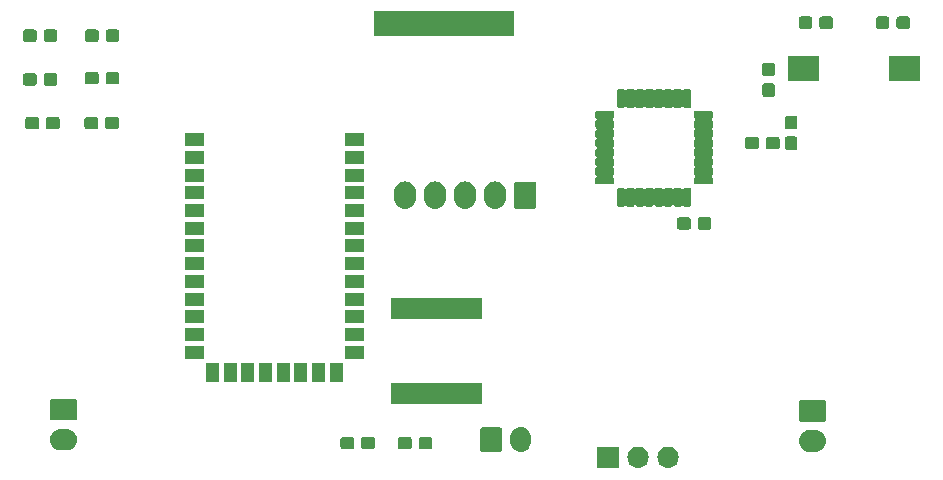
<source format=gbr>
G04 #@! TF.GenerationSoftware,KiCad,Pcbnew,5.1.1-8be2ce7~80~ubuntu18.04.1*
G04 #@! TF.CreationDate,2019-04-20T15:40:35+02:00*
G04 #@! TF.ProjectId,megazord,6d656761-7a6f-4726-942e-6b696361645f,rev?*
G04 #@! TF.SameCoordinates,Original*
G04 #@! TF.FileFunction,Soldermask,Top*
G04 #@! TF.FilePolarity,Negative*
%FSLAX46Y46*%
G04 Gerber Fmt 4.6, Leading zero omitted, Abs format (unit mm)*
G04 Created by KiCad (PCBNEW 5.1.1-8be2ce7~80~ubuntu18.04.1) date 2019-04-20 15:40:35*
%MOMM*%
%LPD*%
G04 APERTURE LIST*
%ADD10C,0.100000*%
G04 APERTURE END LIST*
D10*
G36*
X125701000Y-124201000D02*
G01*
X123899000Y-124201000D01*
X123899000Y-122399000D01*
X125701000Y-122399000D01*
X125701000Y-124201000D01*
X125701000Y-124201000D01*
G37*
G36*
X127450443Y-122405519D02*
G01*
X127516627Y-122412037D01*
X127686466Y-122463557D01*
X127842991Y-122547222D01*
X127866904Y-122566847D01*
X127980186Y-122659814D01*
X128058309Y-122755009D01*
X128092778Y-122797009D01*
X128176443Y-122953534D01*
X128227963Y-123123373D01*
X128245359Y-123300000D01*
X128227963Y-123476627D01*
X128176443Y-123646466D01*
X128092778Y-123802991D01*
X128063448Y-123838729D01*
X127980186Y-123940186D01*
X127878729Y-124023448D01*
X127842991Y-124052778D01*
X127686466Y-124136443D01*
X127516627Y-124187963D01*
X127450443Y-124194481D01*
X127384260Y-124201000D01*
X127295740Y-124201000D01*
X127229557Y-124194481D01*
X127163373Y-124187963D01*
X126993534Y-124136443D01*
X126837009Y-124052778D01*
X126801271Y-124023448D01*
X126699814Y-123940186D01*
X126616552Y-123838729D01*
X126587222Y-123802991D01*
X126503557Y-123646466D01*
X126452037Y-123476627D01*
X126434641Y-123300000D01*
X126452037Y-123123373D01*
X126503557Y-122953534D01*
X126587222Y-122797009D01*
X126621691Y-122755009D01*
X126699814Y-122659814D01*
X126813096Y-122566847D01*
X126837009Y-122547222D01*
X126993534Y-122463557D01*
X127163373Y-122412037D01*
X127229557Y-122405519D01*
X127295740Y-122399000D01*
X127384260Y-122399000D01*
X127450443Y-122405519D01*
X127450443Y-122405519D01*
G37*
G36*
X129990443Y-122405519D02*
G01*
X130056627Y-122412037D01*
X130226466Y-122463557D01*
X130382991Y-122547222D01*
X130406904Y-122566847D01*
X130520186Y-122659814D01*
X130598309Y-122755009D01*
X130632778Y-122797009D01*
X130716443Y-122953534D01*
X130767963Y-123123373D01*
X130785359Y-123300000D01*
X130767963Y-123476627D01*
X130716443Y-123646466D01*
X130632778Y-123802991D01*
X130603448Y-123838729D01*
X130520186Y-123940186D01*
X130418729Y-124023448D01*
X130382991Y-124052778D01*
X130226466Y-124136443D01*
X130056627Y-124187963D01*
X129990443Y-124194481D01*
X129924260Y-124201000D01*
X129835740Y-124201000D01*
X129769557Y-124194481D01*
X129703373Y-124187963D01*
X129533534Y-124136443D01*
X129377009Y-124052778D01*
X129341271Y-124023448D01*
X129239814Y-123940186D01*
X129156552Y-123838729D01*
X129127222Y-123802991D01*
X129043557Y-123646466D01*
X128992037Y-123476627D01*
X128974641Y-123300000D01*
X128992037Y-123123373D01*
X129043557Y-122953534D01*
X129127222Y-122797009D01*
X129161691Y-122755009D01*
X129239814Y-122659814D01*
X129353096Y-122566847D01*
X129377009Y-122547222D01*
X129533534Y-122463557D01*
X129703373Y-122412037D01*
X129769557Y-122405519D01*
X129835740Y-122399000D01*
X129924260Y-122399000D01*
X129990443Y-122405519D01*
X129990443Y-122405519D01*
G37*
G36*
X117576626Y-120762037D02*
G01*
X117746465Y-120813557D01*
X117746467Y-120813558D01*
X117902989Y-120897221D01*
X118040186Y-121009814D01*
X118123448Y-121111271D01*
X118152778Y-121147009D01*
X118236443Y-121303534D01*
X118287963Y-121473373D01*
X118287963Y-121473375D01*
X118298372Y-121579053D01*
X118301000Y-121605742D01*
X118301000Y-121994257D01*
X118287963Y-122126626D01*
X118236443Y-122296466D01*
X118152778Y-122452991D01*
X118123448Y-122488729D01*
X118040186Y-122590186D01*
X117938729Y-122673448D01*
X117902991Y-122702778D01*
X117746466Y-122786443D01*
X117576627Y-122837963D01*
X117400000Y-122855359D01*
X117223374Y-122837963D01*
X117053535Y-122786443D01*
X116897010Y-122702778D01*
X116759815Y-122590185D01*
X116647222Y-122452991D01*
X116563557Y-122296466D01*
X116512037Y-122126627D01*
X116499000Y-121994258D01*
X116499000Y-121605743D01*
X116500155Y-121594020D01*
X116512037Y-121473376D01*
X116512037Y-121473374D01*
X116563557Y-121303535D01*
X116563559Y-121303532D01*
X116647221Y-121147011D01*
X116759814Y-121009814D01*
X116861271Y-120926552D01*
X116897009Y-120897222D01*
X117053534Y-120813557D01*
X117223373Y-120762037D01*
X117400000Y-120744641D01*
X117576626Y-120762037D01*
X117576626Y-120762037D01*
G37*
G36*
X115658600Y-120752989D02*
G01*
X115691652Y-120763015D01*
X115722103Y-120779292D01*
X115748799Y-120801201D01*
X115770708Y-120827897D01*
X115786985Y-120858348D01*
X115797011Y-120891400D01*
X115801000Y-120931903D01*
X115801000Y-122668097D01*
X115797011Y-122708600D01*
X115786985Y-122741652D01*
X115770708Y-122772103D01*
X115748799Y-122798799D01*
X115722103Y-122820708D01*
X115691652Y-122836985D01*
X115658600Y-122847011D01*
X115618097Y-122851000D01*
X114181903Y-122851000D01*
X114141400Y-122847011D01*
X114108348Y-122836985D01*
X114077897Y-122820708D01*
X114051201Y-122798799D01*
X114029292Y-122772103D01*
X114013015Y-122741652D01*
X114002989Y-122708600D01*
X113999000Y-122668097D01*
X113999000Y-120931903D01*
X114002989Y-120891400D01*
X114013015Y-120858348D01*
X114029292Y-120827897D01*
X114051201Y-120801201D01*
X114077897Y-120779292D01*
X114108348Y-120763015D01*
X114141400Y-120752989D01*
X114181903Y-120749000D01*
X115618097Y-120749000D01*
X115658600Y-120752989D01*
X115658600Y-120752989D01*
G37*
G36*
X142420345Y-120983442D02*
G01*
X142510548Y-120992326D01*
X142684157Y-121044990D01*
X142844156Y-121130511D01*
X142864261Y-121147011D01*
X142984397Y-121245603D01*
X143063729Y-121342271D01*
X143099489Y-121385844D01*
X143185010Y-121545843D01*
X143237674Y-121719452D01*
X143255456Y-121900000D01*
X143237674Y-122080548D01*
X143185010Y-122254157D01*
X143099489Y-122414156D01*
X143067619Y-122452989D01*
X142984397Y-122554397D01*
X142897147Y-122626000D01*
X142844156Y-122669489D01*
X142684157Y-122755010D01*
X142510548Y-122807674D01*
X142420345Y-122816558D01*
X142375245Y-122821000D01*
X141824755Y-122821000D01*
X141779655Y-122816558D01*
X141689452Y-122807674D01*
X141515843Y-122755010D01*
X141355844Y-122669489D01*
X141302853Y-122626000D01*
X141215603Y-122554397D01*
X141132381Y-122452989D01*
X141100511Y-122414156D01*
X141014990Y-122254157D01*
X140962326Y-122080548D01*
X140944544Y-121900000D01*
X140962326Y-121719452D01*
X141014990Y-121545843D01*
X141100511Y-121385844D01*
X141136271Y-121342271D01*
X141215603Y-121245603D01*
X141335739Y-121147011D01*
X141355844Y-121130511D01*
X141515843Y-121044990D01*
X141689452Y-120992326D01*
X141779655Y-120983442D01*
X141824755Y-120979000D01*
X142375245Y-120979000D01*
X142420345Y-120983442D01*
X142420345Y-120983442D01*
G37*
G36*
X79020345Y-120883442D02*
G01*
X79110548Y-120892326D01*
X79284157Y-120944990D01*
X79444156Y-121030511D01*
X79487729Y-121066271D01*
X79584397Y-121145603D01*
X79663729Y-121242271D01*
X79699489Y-121285844D01*
X79785010Y-121445843D01*
X79837674Y-121619452D01*
X79855456Y-121800000D01*
X79837674Y-121980548D01*
X79785010Y-122154157D01*
X79699489Y-122314156D01*
X79663729Y-122357729D01*
X79584397Y-122454397D01*
X79487729Y-122533729D01*
X79444156Y-122569489D01*
X79284157Y-122655010D01*
X79110548Y-122707674D01*
X79020345Y-122716558D01*
X78975245Y-122721000D01*
X78424755Y-122721000D01*
X78379655Y-122716558D01*
X78289452Y-122707674D01*
X78115843Y-122655010D01*
X77955844Y-122569489D01*
X77912271Y-122533729D01*
X77815603Y-122454397D01*
X77736271Y-122357729D01*
X77700511Y-122314156D01*
X77614990Y-122154157D01*
X77562326Y-121980548D01*
X77544544Y-121800000D01*
X77562326Y-121619452D01*
X77614990Y-121445843D01*
X77700511Y-121285844D01*
X77736271Y-121242271D01*
X77815603Y-121145603D01*
X77912271Y-121066271D01*
X77955844Y-121030511D01*
X78115843Y-120944990D01*
X78289452Y-120892326D01*
X78379655Y-120883442D01*
X78424755Y-120879000D01*
X78975245Y-120879000D01*
X79020345Y-120883442D01*
X79020345Y-120883442D01*
G37*
G36*
X104889499Y-121578445D02*
G01*
X104926995Y-121589820D01*
X104961554Y-121608292D01*
X104991847Y-121633153D01*
X105016708Y-121663446D01*
X105035180Y-121698005D01*
X105046555Y-121735501D01*
X105051000Y-121780638D01*
X105051000Y-122419362D01*
X105046555Y-122464499D01*
X105035180Y-122501995D01*
X105016708Y-122536554D01*
X104991847Y-122566847D01*
X104961554Y-122591708D01*
X104926995Y-122610180D01*
X104889499Y-122621555D01*
X104844362Y-122626000D01*
X104105638Y-122626000D01*
X104060501Y-122621555D01*
X104023005Y-122610180D01*
X103988446Y-122591708D01*
X103958153Y-122566847D01*
X103933292Y-122536554D01*
X103914820Y-122501995D01*
X103903445Y-122464499D01*
X103899000Y-122419362D01*
X103899000Y-121780638D01*
X103903445Y-121735501D01*
X103914820Y-121698005D01*
X103933292Y-121663446D01*
X103958153Y-121633153D01*
X103988446Y-121608292D01*
X104023005Y-121589820D01*
X104060501Y-121578445D01*
X104105638Y-121574000D01*
X104844362Y-121574000D01*
X104889499Y-121578445D01*
X104889499Y-121578445D01*
G37*
G36*
X109764499Y-121578445D02*
G01*
X109801995Y-121589820D01*
X109836554Y-121608292D01*
X109866847Y-121633153D01*
X109891708Y-121663446D01*
X109910180Y-121698005D01*
X109921555Y-121735501D01*
X109926000Y-121780638D01*
X109926000Y-122419362D01*
X109921555Y-122464499D01*
X109910180Y-122501995D01*
X109891708Y-122536554D01*
X109866847Y-122566847D01*
X109836554Y-122591708D01*
X109801995Y-122610180D01*
X109764499Y-122621555D01*
X109719362Y-122626000D01*
X108980638Y-122626000D01*
X108935501Y-122621555D01*
X108898005Y-122610180D01*
X108863446Y-122591708D01*
X108833153Y-122566847D01*
X108808292Y-122536554D01*
X108789820Y-122501995D01*
X108778445Y-122464499D01*
X108774000Y-122419362D01*
X108774000Y-121780638D01*
X108778445Y-121735501D01*
X108789820Y-121698005D01*
X108808292Y-121663446D01*
X108833153Y-121633153D01*
X108863446Y-121608292D01*
X108898005Y-121589820D01*
X108935501Y-121578445D01*
X108980638Y-121574000D01*
X109719362Y-121574000D01*
X109764499Y-121578445D01*
X109764499Y-121578445D01*
G37*
G36*
X108014499Y-121578445D02*
G01*
X108051995Y-121589820D01*
X108086554Y-121608292D01*
X108116847Y-121633153D01*
X108141708Y-121663446D01*
X108160180Y-121698005D01*
X108171555Y-121735501D01*
X108176000Y-121780638D01*
X108176000Y-122419362D01*
X108171555Y-122464499D01*
X108160180Y-122501995D01*
X108141708Y-122536554D01*
X108116847Y-122566847D01*
X108086554Y-122591708D01*
X108051995Y-122610180D01*
X108014499Y-122621555D01*
X107969362Y-122626000D01*
X107230638Y-122626000D01*
X107185501Y-122621555D01*
X107148005Y-122610180D01*
X107113446Y-122591708D01*
X107083153Y-122566847D01*
X107058292Y-122536554D01*
X107039820Y-122501995D01*
X107028445Y-122464499D01*
X107024000Y-122419362D01*
X107024000Y-121780638D01*
X107028445Y-121735501D01*
X107039820Y-121698005D01*
X107058292Y-121663446D01*
X107083153Y-121633153D01*
X107113446Y-121608292D01*
X107148005Y-121589820D01*
X107185501Y-121578445D01*
X107230638Y-121574000D01*
X107969362Y-121574000D01*
X108014499Y-121578445D01*
X108014499Y-121578445D01*
G37*
G36*
X103139499Y-121578445D02*
G01*
X103176995Y-121589820D01*
X103211554Y-121608292D01*
X103241847Y-121633153D01*
X103266708Y-121663446D01*
X103285180Y-121698005D01*
X103296555Y-121735501D01*
X103301000Y-121780638D01*
X103301000Y-122419362D01*
X103296555Y-122464499D01*
X103285180Y-122501995D01*
X103266708Y-122536554D01*
X103241847Y-122566847D01*
X103211554Y-122591708D01*
X103176995Y-122610180D01*
X103139499Y-122621555D01*
X103094362Y-122626000D01*
X102355638Y-122626000D01*
X102310501Y-122621555D01*
X102273005Y-122610180D01*
X102238446Y-122591708D01*
X102208153Y-122566847D01*
X102183292Y-122536554D01*
X102164820Y-122501995D01*
X102153445Y-122464499D01*
X102149000Y-122419362D01*
X102149000Y-121780638D01*
X102153445Y-121735501D01*
X102164820Y-121698005D01*
X102183292Y-121663446D01*
X102208153Y-121633153D01*
X102238446Y-121608292D01*
X102273005Y-121589820D01*
X102310501Y-121578445D01*
X102355638Y-121574000D01*
X103094362Y-121574000D01*
X103139499Y-121578445D01*
X103139499Y-121578445D01*
G37*
G36*
X143109561Y-118442966D02*
G01*
X143142383Y-118452923D01*
X143172632Y-118469092D01*
X143199148Y-118490852D01*
X143220908Y-118517368D01*
X143237077Y-118547617D01*
X143247034Y-118580439D01*
X143251000Y-118620713D01*
X143251000Y-120099287D01*
X143247034Y-120139561D01*
X143237077Y-120172383D01*
X143220908Y-120202632D01*
X143199148Y-120229148D01*
X143172632Y-120250908D01*
X143142383Y-120267077D01*
X143109561Y-120277034D01*
X143069287Y-120281000D01*
X141130713Y-120281000D01*
X141090439Y-120277034D01*
X141057617Y-120267077D01*
X141027368Y-120250908D01*
X141000852Y-120229148D01*
X140979092Y-120202632D01*
X140962923Y-120172383D01*
X140952966Y-120139561D01*
X140949000Y-120099287D01*
X140949000Y-118620713D01*
X140952966Y-118580439D01*
X140962923Y-118547617D01*
X140979092Y-118517368D01*
X141000852Y-118490852D01*
X141027368Y-118469092D01*
X141057617Y-118452923D01*
X141090439Y-118442966D01*
X141130713Y-118439000D01*
X143069287Y-118439000D01*
X143109561Y-118442966D01*
X143109561Y-118442966D01*
G37*
G36*
X79709561Y-118342966D02*
G01*
X79742383Y-118352923D01*
X79772632Y-118369092D01*
X79799148Y-118390852D01*
X79820908Y-118417368D01*
X79837077Y-118447617D01*
X79847034Y-118480439D01*
X79851000Y-118520713D01*
X79851000Y-119999287D01*
X79847034Y-120039561D01*
X79837077Y-120072383D01*
X79820908Y-120102632D01*
X79799148Y-120129148D01*
X79772632Y-120150908D01*
X79742383Y-120167077D01*
X79709561Y-120177034D01*
X79669287Y-120181000D01*
X77730713Y-120181000D01*
X77690439Y-120177034D01*
X77657617Y-120167077D01*
X77627368Y-120150908D01*
X77600852Y-120129148D01*
X77579092Y-120102632D01*
X77562923Y-120072383D01*
X77552966Y-120039561D01*
X77549000Y-119999287D01*
X77549000Y-118520713D01*
X77552966Y-118480439D01*
X77562923Y-118447617D01*
X77579092Y-118417368D01*
X77600852Y-118390852D01*
X77627368Y-118369092D01*
X77657617Y-118352923D01*
X77690439Y-118342966D01*
X77730713Y-118339000D01*
X79669287Y-118339000D01*
X79709561Y-118342966D01*
X79709561Y-118342966D01*
G37*
G36*
X114151000Y-118826000D02*
G01*
X106449000Y-118826000D01*
X106449000Y-116974000D01*
X114151000Y-116974000D01*
X114151000Y-118826000D01*
X114151000Y-118826000D01*
G37*
G36*
X102351000Y-116951000D02*
G01*
X101249000Y-116951000D01*
X101249000Y-115349000D01*
X102351000Y-115349000D01*
X102351000Y-116951000D01*
X102351000Y-116951000D01*
G37*
G36*
X94851000Y-116951000D02*
G01*
X93749000Y-116951000D01*
X93749000Y-115349000D01*
X94851000Y-115349000D01*
X94851000Y-116951000D01*
X94851000Y-116951000D01*
G37*
G36*
X96351000Y-116951000D02*
G01*
X95249000Y-116951000D01*
X95249000Y-115349000D01*
X96351000Y-115349000D01*
X96351000Y-116951000D01*
X96351000Y-116951000D01*
G37*
G36*
X97851000Y-116951000D02*
G01*
X96749000Y-116951000D01*
X96749000Y-115349000D01*
X97851000Y-115349000D01*
X97851000Y-116951000D01*
X97851000Y-116951000D01*
G37*
G36*
X99351000Y-116951000D02*
G01*
X98249000Y-116951000D01*
X98249000Y-115349000D01*
X99351000Y-115349000D01*
X99351000Y-116951000D01*
X99351000Y-116951000D01*
G37*
G36*
X100851000Y-116951000D02*
G01*
X99749000Y-116951000D01*
X99749000Y-115349000D01*
X100851000Y-115349000D01*
X100851000Y-116951000D01*
X100851000Y-116951000D01*
G37*
G36*
X91851000Y-116951000D02*
G01*
X90749000Y-116951000D01*
X90749000Y-115349000D01*
X91851000Y-115349000D01*
X91851000Y-116951000D01*
X91851000Y-116951000D01*
G37*
G36*
X93351000Y-116951000D02*
G01*
X92249000Y-116951000D01*
X92249000Y-115349000D01*
X93351000Y-115349000D01*
X93351000Y-116951000D01*
X93351000Y-116951000D01*
G37*
G36*
X90601000Y-114951000D02*
G01*
X88999000Y-114951000D01*
X88999000Y-113849000D01*
X90601000Y-113849000D01*
X90601000Y-114951000D01*
X90601000Y-114951000D01*
G37*
G36*
X104101000Y-114951000D02*
G01*
X102499000Y-114951000D01*
X102499000Y-113849000D01*
X104101000Y-113849000D01*
X104101000Y-114951000D01*
X104101000Y-114951000D01*
G37*
G36*
X90601000Y-113451000D02*
G01*
X88999000Y-113451000D01*
X88999000Y-112349000D01*
X90601000Y-112349000D01*
X90601000Y-113451000D01*
X90601000Y-113451000D01*
G37*
G36*
X104101000Y-113451000D02*
G01*
X102499000Y-113451000D01*
X102499000Y-112349000D01*
X104101000Y-112349000D01*
X104101000Y-113451000D01*
X104101000Y-113451000D01*
G37*
G36*
X104101000Y-111951000D02*
G01*
X102499000Y-111951000D01*
X102499000Y-110849000D01*
X104101000Y-110849000D01*
X104101000Y-111951000D01*
X104101000Y-111951000D01*
G37*
G36*
X90601000Y-111951000D02*
G01*
X88999000Y-111951000D01*
X88999000Y-110849000D01*
X90601000Y-110849000D01*
X90601000Y-111951000D01*
X90601000Y-111951000D01*
G37*
G36*
X114151000Y-111626000D02*
G01*
X106449000Y-111626000D01*
X106449000Y-109774000D01*
X114151000Y-109774000D01*
X114151000Y-111626000D01*
X114151000Y-111626000D01*
G37*
G36*
X90601000Y-110451000D02*
G01*
X88999000Y-110451000D01*
X88999000Y-109349000D01*
X90601000Y-109349000D01*
X90601000Y-110451000D01*
X90601000Y-110451000D01*
G37*
G36*
X104101000Y-110451000D02*
G01*
X102499000Y-110451000D01*
X102499000Y-109349000D01*
X104101000Y-109349000D01*
X104101000Y-110451000D01*
X104101000Y-110451000D01*
G37*
G36*
X90601000Y-108951000D02*
G01*
X88999000Y-108951000D01*
X88999000Y-107849000D01*
X90601000Y-107849000D01*
X90601000Y-108951000D01*
X90601000Y-108951000D01*
G37*
G36*
X104101000Y-108951000D02*
G01*
X102499000Y-108951000D01*
X102499000Y-107849000D01*
X104101000Y-107849000D01*
X104101000Y-108951000D01*
X104101000Y-108951000D01*
G37*
G36*
X104101000Y-107451000D02*
G01*
X102499000Y-107451000D01*
X102499000Y-106349000D01*
X104101000Y-106349000D01*
X104101000Y-107451000D01*
X104101000Y-107451000D01*
G37*
G36*
X90601000Y-107451000D02*
G01*
X88999000Y-107451000D01*
X88999000Y-106349000D01*
X90601000Y-106349000D01*
X90601000Y-107451000D01*
X90601000Y-107451000D01*
G37*
G36*
X90601000Y-105951000D02*
G01*
X88999000Y-105951000D01*
X88999000Y-104849000D01*
X90601000Y-104849000D01*
X90601000Y-105951000D01*
X90601000Y-105951000D01*
G37*
G36*
X104101000Y-105951000D02*
G01*
X102499000Y-105951000D01*
X102499000Y-104849000D01*
X104101000Y-104849000D01*
X104101000Y-105951000D01*
X104101000Y-105951000D01*
G37*
G36*
X104101000Y-104451000D02*
G01*
X102499000Y-104451000D01*
X102499000Y-103349000D01*
X104101000Y-103349000D01*
X104101000Y-104451000D01*
X104101000Y-104451000D01*
G37*
G36*
X90601000Y-104451000D02*
G01*
X88999000Y-104451000D01*
X88999000Y-103349000D01*
X90601000Y-103349000D01*
X90601000Y-104451000D01*
X90601000Y-104451000D01*
G37*
G36*
X133389499Y-102978445D02*
G01*
X133426995Y-102989820D01*
X133461554Y-103008292D01*
X133491847Y-103033153D01*
X133516708Y-103063446D01*
X133535180Y-103098005D01*
X133546555Y-103135501D01*
X133551000Y-103180638D01*
X133551000Y-103819362D01*
X133546555Y-103864499D01*
X133535180Y-103901995D01*
X133516708Y-103936554D01*
X133491847Y-103966847D01*
X133461554Y-103991708D01*
X133426995Y-104010180D01*
X133389499Y-104021555D01*
X133344362Y-104026000D01*
X132605638Y-104026000D01*
X132560501Y-104021555D01*
X132523005Y-104010180D01*
X132488446Y-103991708D01*
X132458153Y-103966847D01*
X132433292Y-103936554D01*
X132414820Y-103901995D01*
X132403445Y-103864499D01*
X132399000Y-103819362D01*
X132399000Y-103180638D01*
X132403445Y-103135501D01*
X132414820Y-103098005D01*
X132433292Y-103063446D01*
X132458153Y-103033153D01*
X132488446Y-103008292D01*
X132523005Y-102989820D01*
X132560501Y-102978445D01*
X132605638Y-102974000D01*
X133344362Y-102974000D01*
X133389499Y-102978445D01*
X133389499Y-102978445D01*
G37*
G36*
X131639499Y-102978445D02*
G01*
X131676995Y-102989820D01*
X131711554Y-103008292D01*
X131741847Y-103033153D01*
X131766708Y-103063446D01*
X131785180Y-103098005D01*
X131796555Y-103135501D01*
X131801000Y-103180638D01*
X131801000Y-103819362D01*
X131796555Y-103864499D01*
X131785180Y-103901995D01*
X131766708Y-103936554D01*
X131741847Y-103966847D01*
X131711554Y-103991708D01*
X131676995Y-104010180D01*
X131639499Y-104021555D01*
X131594362Y-104026000D01*
X130855638Y-104026000D01*
X130810501Y-104021555D01*
X130773005Y-104010180D01*
X130738446Y-103991708D01*
X130708153Y-103966847D01*
X130683292Y-103936554D01*
X130664820Y-103901995D01*
X130653445Y-103864499D01*
X130649000Y-103819362D01*
X130649000Y-103180638D01*
X130653445Y-103135501D01*
X130664820Y-103098005D01*
X130683292Y-103063446D01*
X130708153Y-103033153D01*
X130738446Y-103008292D01*
X130773005Y-102989820D01*
X130810501Y-102978445D01*
X130855638Y-102974000D01*
X131594362Y-102974000D01*
X131639499Y-102978445D01*
X131639499Y-102978445D01*
G37*
G36*
X104101000Y-102951000D02*
G01*
X102499000Y-102951000D01*
X102499000Y-101849000D01*
X104101000Y-101849000D01*
X104101000Y-102951000D01*
X104101000Y-102951000D01*
G37*
G36*
X90601000Y-102951000D02*
G01*
X88999000Y-102951000D01*
X88999000Y-101849000D01*
X90601000Y-101849000D01*
X90601000Y-102951000D01*
X90601000Y-102951000D01*
G37*
G36*
X112880548Y-99962326D02*
G01*
X113054157Y-100014990D01*
X113214156Y-100100511D01*
X113228612Y-100112375D01*
X113354397Y-100215603D01*
X113433729Y-100312271D01*
X113469489Y-100355844D01*
X113555010Y-100515843D01*
X113607674Y-100689452D01*
X113621000Y-100824757D01*
X113621000Y-101375244D01*
X113607674Y-101510548D01*
X113555010Y-101684157D01*
X113469489Y-101844156D01*
X113433729Y-101887729D01*
X113354397Y-101984397D01*
X113214155Y-102099489D01*
X113054156Y-102185010D01*
X112880547Y-102237674D01*
X112700000Y-102255456D01*
X112519452Y-102237674D01*
X112345843Y-102185010D01*
X112185844Y-102099489D01*
X112126317Y-102050636D01*
X112045603Y-101984397D01*
X111930511Y-101844155D01*
X111844991Y-101684158D01*
X111844990Y-101684156D01*
X111792326Y-101510547D01*
X111779000Y-101375243D01*
X111779000Y-100824756D01*
X111792326Y-100689452D01*
X111844990Y-100515843D01*
X111930512Y-100355844D01*
X111940832Y-100343269D01*
X112045604Y-100215603D01*
X112171389Y-100112375D01*
X112185845Y-100100511D01*
X112345844Y-100014990D01*
X112519453Y-99962326D01*
X112700000Y-99944544D01*
X112880548Y-99962326D01*
X112880548Y-99962326D01*
G37*
G36*
X110340548Y-99962326D02*
G01*
X110514157Y-100014990D01*
X110674156Y-100100511D01*
X110688612Y-100112375D01*
X110814397Y-100215603D01*
X110893729Y-100312271D01*
X110929489Y-100355844D01*
X111015010Y-100515843D01*
X111067674Y-100689452D01*
X111081000Y-100824757D01*
X111081000Y-101375244D01*
X111067674Y-101510548D01*
X111015010Y-101684157D01*
X110929489Y-101844156D01*
X110893729Y-101887729D01*
X110814397Y-101984397D01*
X110674155Y-102099489D01*
X110514156Y-102185010D01*
X110340547Y-102237674D01*
X110160000Y-102255456D01*
X109979452Y-102237674D01*
X109805843Y-102185010D01*
X109645844Y-102099489D01*
X109586317Y-102050636D01*
X109505603Y-101984397D01*
X109390511Y-101844155D01*
X109304991Y-101684158D01*
X109304990Y-101684156D01*
X109252326Y-101510547D01*
X109239000Y-101375243D01*
X109239000Y-100824756D01*
X109252326Y-100689452D01*
X109304990Y-100515843D01*
X109390512Y-100355844D01*
X109400832Y-100343269D01*
X109505604Y-100215603D01*
X109631389Y-100112375D01*
X109645845Y-100100511D01*
X109805844Y-100014990D01*
X109979453Y-99962326D01*
X110160000Y-99944544D01*
X110340548Y-99962326D01*
X110340548Y-99962326D01*
G37*
G36*
X107800548Y-99962326D02*
G01*
X107974157Y-100014990D01*
X108134156Y-100100511D01*
X108148612Y-100112375D01*
X108274397Y-100215603D01*
X108353729Y-100312271D01*
X108389489Y-100355844D01*
X108475010Y-100515843D01*
X108527674Y-100689452D01*
X108541000Y-100824757D01*
X108541000Y-101375244D01*
X108527674Y-101510548D01*
X108475010Y-101684157D01*
X108389489Y-101844156D01*
X108353729Y-101887729D01*
X108274397Y-101984397D01*
X108134155Y-102099489D01*
X107974156Y-102185010D01*
X107800547Y-102237674D01*
X107620000Y-102255456D01*
X107439452Y-102237674D01*
X107265843Y-102185010D01*
X107105844Y-102099489D01*
X107046317Y-102050636D01*
X106965603Y-101984397D01*
X106850511Y-101844155D01*
X106764991Y-101684158D01*
X106764990Y-101684156D01*
X106712326Y-101510547D01*
X106699000Y-101375243D01*
X106699000Y-100824756D01*
X106712326Y-100689452D01*
X106764990Y-100515843D01*
X106850512Y-100355844D01*
X106860832Y-100343269D01*
X106965604Y-100215603D01*
X107091389Y-100112375D01*
X107105845Y-100100511D01*
X107265844Y-100014990D01*
X107439453Y-99962326D01*
X107620000Y-99944544D01*
X107800548Y-99962326D01*
X107800548Y-99962326D01*
G37*
G36*
X115420548Y-99962326D02*
G01*
X115594157Y-100014990D01*
X115754156Y-100100511D01*
X115768612Y-100112375D01*
X115894397Y-100215603D01*
X115973729Y-100312271D01*
X116009489Y-100355844D01*
X116095010Y-100515843D01*
X116147674Y-100689452D01*
X116161000Y-100824757D01*
X116161000Y-101375244D01*
X116147674Y-101510548D01*
X116095010Y-101684157D01*
X116009489Y-101844156D01*
X115973729Y-101887729D01*
X115894397Y-101984397D01*
X115754155Y-102099489D01*
X115594156Y-102185010D01*
X115420547Y-102237674D01*
X115240000Y-102255456D01*
X115059452Y-102237674D01*
X114885843Y-102185010D01*
X114725844Y-102099489D01*
X114666317Y-102050636D01*
X114585603Y-101984397D01*
X114470511Y-101844155D01*
X114384991Y-101684158D01*
X114384990Y-101684156D01*
X114332326Y-101510547D01*
X114319000Y-101375243D01*
X114319000Y-100824756D01*
X114332326Y-100689452D01*
X114384990Y-100515843D01*
X114470512Y-100355844D01*
X114480832Y-100343269D01*
X114585604Y-100215603D01*
X114711389Y-100112375D01*
X114725845Y-100100511D01*
X114885844Y-100014990D01*
X115059453Y-99962326D01*
X115240000Y-99944544D01*
X115420548Y-99962326D01*
X115420548Y-99962326D01*
G37*
G36*
X118559561Y-99952966D02*
G01*
X118592383Y-99962923D01*
X118622632Y-99979092D01*
X118649148Y-100000852D01*
X118670908Y-100027368D01*
X118687077Y-100057617D01*
X118697034Y-100090439D01*
X118701000Y-100130713D01*
X118701000Y-102069287D01*
X118697034Y-102109561D01*
X118687077Y-102142383D01*
X118670908Y-102172632D01*
X118649148Y-102199148D01*
X118622632Y-102220908D01*
X118592383Y-102237077D01*
X118559561Y-102247034D01*
X118519287Y-102251000D01*
X117040713Y-102251000D01*
X117000439Y-102247034D01*
X116967617Y-102237077D01*
X116937368Y-102220908D01*
X116910852Y-102199148D01*
X116889092Y-102172632D01*
X116872923Y-102142383D01*
X116862966Y-102109561D01*
X116859000Y-102069287D01*
X116859000Y-100130713D01*
X116862966Y-100090439D01*
X116872923Y-100057617D01*
X116889092Y-100027368D01*
X116910852Y-100000852D01*
X116937368Y-99979092D01*
X116967617Y-99962923D01*
X117000439Y-99952966D01*
X117040713Y-99949000D01*
X118519287Y-99949000D01*
X118559561Y-99952966D01*
X118559561Y-99952966D01*
G37*
G36*
X126130051Y-100476284D02*
G01*
X126146443Y-100481257D01*
X126161555Y-100489334D01*
X126174798Y-100500202D01*
X126185667Y-100513447D01*
X126189761Y-100521106D01*
X126203374Y-100541480D01*
X126220701Y-100558807D01*
X126241076Y-100572421D01*
X126263714Y-100581798D01*
X126287748Y-100586579D01*
X126312252Y-100586579D01*
X126336285Y-100581799D01*
X126358924Y-100572421D01*
X126379298Y-100558808D01*
X126396625Y-100541481D01*
X126410239Y-100521106D01*
X126414333Y-100513447D01*
X126425202Y-100500202D01*
X126438445Y-100489334D01*
X126453557Y-100481257D01*
X126469949Y-100476284D01*
X126493141Y-100474000D01*
X126906859Y-100474000D01*
X126930051Y-100476284D01*
X126946443Y-100481257D01*
X126961555Y-100489334D01*
X126974798Y-100500202D01*
X126985667Y-100513447D01*
X126989761Y-100521106D01*
X127003374Y-100541480D01*
X127020701Y-100558807D01*
X127041076Y-100572421D01*
X127063714Y-100581798D01*
X127087748Y-100586579D01*
X127112252Y-100586579D01*
X127136285Y-100581799D01*
X127158924Y-100572421D01*
X127179298Y-100558808D01*
X127196625Y-100541481D01*
X127210239Y-100521106D01*
X127214333Y-100513447D01*
X127225202Y-100500202D01*
X127238445Y-100489334D01*
X127253557Y-100481257D01*
X127269949Y-100476284D01*
X127293141Y-100474000D01*
X127706859Y-100474000D01*
X127730051Y-100476284D01*
X127746443Y-100481257D01*
X127761555Y-100489334D01*
X127774798Y-100500202D01*
X127785667Y-100513447D01*
X127789761Y-100521106D01*
X127803374Y-100541480D01*
X127820701Y-100558807D01*
X127841076Y-100572421D01*
X127863714Y-100581798D01*
X127887748Y-100586579D01*
X127912252Y-100586579D01*
X127936285Y-100581799D01*
X127958924Y-100572421D01*
X127979298Y-100558808D01*
X127996625Y-100541481D01*
X128010239Y-100521106D01*
X128014333Y-100513447D01*
X128025202Y-100500202D01*
X128038445Y-100489334D01*
X128053557Y-100481257D01*
X128069949Y-100476284D01*
X128093141Y-100474000D01*
X128506859Y-100474000D01*
X128530051Y-100476284D01*
X128546443Y-100481257D01*
X128561555Y-100489334D01*
X128574798Y-100500202D01*
X128585667Y-100513447D01*
X128589761Y-100521106D01*
X128603374Y-100541480D01*
X128620701Y-100558807D01*
X128641076Y-100572421D01*
X128663714Y-100581798D01*
X128687748Y-100586579D01*
X128712252Y-100586579D01*
X128736285Y-100581799D01*
X128758924Y-100572421D01*
X128779298Y-100558808D01*
X128796625Y-100541481D01*
X128810239Y-100521106D01*
X128814333Y-100513447D01*
X128825202Y-100500202D01*
X128838445Y-100489334D01*
X128853557Y-100481257D01*
X128869949Y-100476284D01*
X128893141Y-100474000D01*
X129306859Y-100474000D01*
X129330051Y-100476284D01*
X129346443Y-100481257D01*
X129361555Y-100489334D01*
X129374798Y-100500202D01*
X129385667Y-100513447D01*
X129389761Y-100521106D01*
X129403374Y-100541480D01*
X129420701Y-100558807D01*
X129441076Y-100572421D01*
X129463714Y-100581798D01*
X129487748Y-100586579D01*
X129512252Y-100586579D01*
X129536285Y-100581799D01*
X129558924Y-100572421D01*
X129579298Y-100558808D01*
X129596625Y-100541481D01*
X129610239Y-100521106D01*
X129614333Y-100513447D01*
X129625202Y-100500202D01*
X129638445Y-100489334D01*
X129653557Y-100481257D01*
X129669949Y-100476284D01*
X129693141Y-100474000D01*
X130106859Y-100474000D01*
X130130051Y-100476284D01*
X130146443Y-100481257D01*
X130161555Y-100489334D01*
X130174798Y-100500202D01*
X130185667Y-100513447D01*
X130189761Y-100521106D01*
X130203374Y-100541480D01*
X130220701Y-100558807D01*
X130241076Y-100572421D01*
X130263714Y-100581798D01*
X130287748Y-100586579D01*
X130312252Y-100586579D01*
X130336285Y-100581799D01*
X130358924Y-100572421D01*
X130379298Y-100558808D01*
X130396625Y-100541481D01*
X130410239Y-100521106D01*
X130414333Y-100513447D01*
X130425202Y-100500202D01*
X130438445Y-100489334D01*
X130453557Y-100481257D01*
X130469949Y-100476284D01*
X130493141Y-100474000D01*
X130906859Y-100474000D01*
X130930051Y-100476284D01*
X130946443Y-100481257D01*
X130961555Y-100489334D01*
X130974798Y-100500202D01*
X130985667Y-100513447D01*
X130989761Y-100521106D01*
X131003374Y-100541480D01*
X131020701Y-100558807D01*
X131041076Y-100572421D01*
X131063714Y-100581798D01*
X131087748Y-100586579D01*
X131112252Y-100586579D01*
X131136285Y-100581799D01*
X131158924Y-100572421D01*
X131179298Y-100558808D01*
X131196625Y-100541481D01*
X131210239Y-100521106D01*
X131214333Y-100513447D01*
X131225202Y-100500202D01*
X131238445Y-100489334D01*
X131253557Y-100481257D01*
X131269949Y-100476284D01*
X131293141Y-100474000D01*
X131706859Y-100474000D01*
X131730051Y-100476284D01*
X131746443Y-100481257D01*
X131761555Y-100489334D01*
X131774798Y-100500202D01*
X131785666Y-100513445D01*
X131793743Y-100528557D01*
X131798716Y-100544949D01*
X131801000Y-100568141D01*
X131801000Y-101981859D01*
X131798716Y-102005051D01*
X131793743Y-102021443D01*
X131785666Y-102036555D01*
X131774798Y-102049798D01*
X131761555Y-102060666D01*
X131746443Y-102068743D01*
X131730051Y-102073716D01*
X131706859Y-102076000D01*
X131293141Y-102076000D01*
X131269949Y-102073716D01*
X131253557Y-102068743D01*
X131238445Y-102060666D01*
X131225202Y-102049798D01*
X131214333Y-102036553D01*
X131210239Y-102028894D01*
X131196626Y-102008520D01*
X131179299Y-101991193D01*
X131158924Y-101977579D01*
X131136286Y-101968202D01*
X131112252Y-101963421D01*
X131087748Y-101963421D01*
X131063715Y-101968201D01*
X131041076Y-101977579D01*
X131020702Y-101991192D01*
X131003375Y-102008519D01*
X130989761Y-102028894D01*
X130985667Y-102036553D01*
X130974798Y-102049798D01*
X130961555Y-102060666D01*
X130946443Y-102068743D01*
X130930051Y-102073716D01*
X130906859Y-102076000D01*
X130493141Y-102076000D01*
X130469949Y-102073716D01*
X130453557Y-102068743D01*
X130438445Y-102060666D01*
X130425202Y-102049798D01*
X130414333Y-102036553D01*
X130410239Y-102028894D01*
X130396626Y-102008520D01*
X130379299Y-101991193D01*
X130358924Y-101977579D01*
X130336286Y-101968202D01*
X130312252Y-101963421D01*
X130287748Y-101963421D01*
X130263715Y-101968201D01*
X130241076Y-101977579D01*
X130220702Y-101991192D01*
X130203375Y-102008519D01*
X130189761Y-102028894D01*
X130185667Y-102036553D01*
X130174798Y-102049798D01*
X130161555Y-102060666D01*
X130146443Y-102068743D01*
X130130051Y-102073716D01*
X130106859Y-102076000D01*
X129693141Y-102076000D01*
X129669949Y-102073716D01*
X129653557Y-102068743D01*
X129638445Y-102060666D01*
X129625202Y-102049798D01*
X129614333Y-102036553D01*
X129610239Y-102028894D01*
X129596626Y-102008520D01*
X129579299Y-101991193D01*
X129558924Y-101977579D01*
X129536286Y-101968202D01*
X129512252Y-101963421D01*
X129487748Y-101963421D01*
X129463715Y-101968201D01*
X129441076Y-101977579D01*
X129420702Y-101991192D01*
X129403375Y-102008519D01*
X129389761Y-102028894D01*
X129385667Y-102036553D01*
X129374798Y-102049798D01*
X129361555Y-102060666D01*
X129346443Y-102068743D01*
X129330051Y-102073716D01*
X129306859Y-102076000D01*
X128893141Y-102076000D01*
X128869949Y-102073716D01*
X128853557Y-102068743D01*
X128838445Y-102060666D01*
X128825202Y-102049798D01*
X128814333Y-102036553D01*
X128810239Y-102028894D01*
X128796626Y-102008520D01*
X128779299Y-101991193D01*
X128758924Y-101977579D01*
X128736286Y-101968202D01*
X128712252Y-101963421D01*
X128687748Y-101963421D01*
X128663715Y-101968201D01*
X128641076Y-101977579D01*
X128620702Y-101991192D01*
X128603375Y-102008519D01*
X128589761Y-102028894D01*
X128585667Y-102036553D01*
X128574798Y-102049798D01*
X128561555Y-102060666D01*
X128546443Y-102068743D01*
X128530051Y-102073716D01*
X128506859Y-102076000D01*
X128093141Y-102076000D01*
X128069949Y-102073716D01*
X128053557Y-102068743D01*
X128038445Y-102060666D01*
X128025202Y-102049798D01*
X128014333Y-102036553D01*
X128010239Y-102028894D01*
X127996626Y-102008520D01*
X127979299Y-101991193D01*
X127958924Y-101977579D01*
X127936286Y-101968202D01*
X127912252Y-101963421D01*
X127887748Y-101963421D01*
X127863715Y-101968201D01*
X127841076Y-101977579D01*
X127820702Y-101991192D01*
X127803375Y-102008519D01*
X127789761Y-102028894D01*
X127785667Y-102036553D01*
X127774798Y-102049798D01*
X127761555Y-102060666D01*
X127746443Y-102068743D01*
X127730051Y-102073716D01*
X127706859Y-102076000D01*
X127293141Y-102076000D01*
X127269949Y-102073716D01*
X127253557Y-102068743D01*
X127238445Y-102060666D01*
X127225202Y-102049798D01*
X127214333Y-102036553D01*
X127210239Y-102028894D01*
X127196626Y-102008520D01*
X127179299Y-101991193D01*
X127158924Y-101977579D01*
X127136286Y-101968202D01*
X127112252Y-101963421D01*
X127087748Y-101963421D01*
X127063715Y-101968201D01*
X127041076Y-101977579D01*
X127020702Y-101991192D01*
X127003375Y-102008519D01*
X126989761Y-102028894D01*
X126985667Y-102036553D01*
X126974798Y-102049798D01*
X126961555Y-102060666D01*
X126946443Y-102068743D01*
X126930051Y-102073716D01*
X126906859Y-102076000D01*
X126493141Y-102076000D01*
X126469949Y-102073716D01*
X126453557Y-102068743D01*
X126438445Y-102060666D01*
X126425202Y-102049798D01*
X126414333Y-102036553D01*
X126410239Y-102028894D01*
X126396626Y-102008520D01*
X126379299Y-101991193D01*
X126358924Y-101977579D01*
X126336286Y-101968202D01*
X126312252Y-101963421D01*
X126287748Y-101963421D01*
X126263715Y-101968201D01*
X126241076Y-101977579D01*
X126220702Y-101991192D01*
X126203375Y-102008519D01*
X126189761Y-102028894D01*
X126185667Y-102036553D01*
X126174798Y-102049798D01*
X126161555Y-102060666D01*
X126146443Y-102068743D01*
X126130051Y-102073716D01*
X126106859Y-102076000D01*
X125693141Y-102076000D01*
X125669949Y-102073716D01*
X125653557Y-102068743D01*
X125638445Y-102060666D01*
X125625202Y-102049798D01*
X125614334Y-102036555D01*
X125606257Y-102021443D01*
X125601284Y-102005051D01*
X125599000Y-101981859D01*
X125599000Y-100568141D01*
X125601284Y-100544949D01*
X125606257Y-100528557D01*
X125614334Y-100513445D01*
X125625202Y-100500202D01*
X125638445Y-100489334D01*
X125653557Y-100481257D01*
X125669949Y-100476284D01*
X125693141Y-100474000D01*
X126106859Y-100474000D01*
X126130051Y-100476284D01*
X126130051Y-100476284D01*
G37*
G36*
X90601000Y-101451000D02*
G01*
X88999000Y-101451000D01*
X88999000Y-100349000D01*
X90601000Y-100349000D01*
X90601000Y-101451000D01*
X90601000Y-101451000D01*
G37*
G36*
X104101000Y-101451000D02*
G01*
X102499000Y-101451000D01*
X102499000Y-100349000D01*
X104101000Y-100349000D01*
X104101000Y-101451000D01*
X104101000Y-101451000D01*
G37*
G36*
X133605051Y-94001284D02*
G01*
X133621443Y-94006257D01*
X133636555Y-94014334D01*
X133649798Y-94025202D01*
X133660666Y-94038445D01*
X133668743Y-94053557D01*
X133673716Y-94069949D01*
X133676000Y-94093141D01*
X133676000Y-94506859D01*
X133673716Y-94530051D01*
X133668743Y-94546443D01*
X133660666Y-94561555D01*
X133649798Y-94574798D01*
X133636553Y-94585667D01*
X133628894Y-94589761D01*
X133608520Y-94603374D01*
X133591193Y-94620701D01*
X133577579Y-94641076D01*
X133568202Y-94663714D01*
X133563421Y-94687748D01*
X133563421Y-94712252D01*
X133568201Y-94736285D01*
X133577579Y-94758924D01*
X133591192Y-94779298D01*
X133608519Y-94796625D01*
X133628894Y-94810239D01*
X133636553Y-94814333D01*
X133649798Y-94825202D01*
X133660666Y-94838445D01*
X133668743Y-94853557D01*
X133673716Y-94869949D01*
X133676000Y-94893141D01*
X133676000Y-95306859D01*
X133673716Y-95330051D01*
X133668743Y-95346443D01*
X133660666Y-95361555D01*
X133649798Y-95374798D01*
X133636553Y-95385667D01*
X133628894Y-95389761D01*
X133608520Y-95403374D01*
X133591193Y-95420701D01*
X133577579Y-95441076D01*
X133568202Y-95463714D01*
X133563421Y-95487748D01*
X133563421Y-95512252D01*
X133568201Y-95536285D01*
X133577579Y-95558924D01*
X133591192Y-95579298D01*
X133608519Y-95596625D01*
X133628894Y-95610239D01*
X133636553Y-95614333D01*
X133649798Y-95625202D01*
X133660666Y-95638445D01*
X133668743Y-95653557D01*
X133673716Y-95669949D01*
X133676000Y-95693141D01*
X133676000Y-96106859D01*
X133673716Y-96130051D01*
X133668743Y-96146443D01*
X133660666Y-96161555D01*
X133649798Y-96174798D01*
X133636553Y-96185667D01*
X133628894Y-96189761D01*
X133608520Y-96203374D01*
X133591193Y-96220701D01*
X133577579Y-96241076D01*
X133568202Y-96263714D01*
X133563421Y-96287748D01*
X133563421Y-96312252D01*
X133568201Y-96336285D01*
X133577579Y-96358924D01*
X133591192Y-96379298D01*
X133608519Y-96396625D01*
X133628894Y-96410239D01*
X133636553Y-96414333D01*
X133649798Y-96425202D01*
X133660666Y-96438445D01*
X133668743Y-96453557D01*
X133673716Y-96469949D01*
X133676000Y-96493141D01*
X133676000Y-96906859D01*
X133673716Y-96930051D01*
X133668743Y-96946443D01*
X133660666Y-96961555D01*
X133649798Y-96974798D01*
X133636553Y-96985667D01*
X133628894Y-96989761D01*
X133608520Y-97003374D01*
X133591193Y-97020701D01*
X133577579Y-97041076D01*
X133568202Y-97063714D01*
X133563421Y-97087748D01*
X133563421Y-97112252D01*
X133568201Y-97136285D01*
X133577579Y-97158924D01*
X133591192Y-97179298D01*
X133608519Y-97196625D01*
X133628894Y-97210239D01*
X133636553Y-97214333D01*
X133649798Y-97225202D01*
X133660666Y-97238445D01*
X133668743Y-97253557D01*
X133673716Y-97269949D01*
X133676000Y-97293141D01*
X133676000Y-97706859D01*
X133673716Y-97730051D01*
X133668743Y-97746443D01*
X133660666Y-97761555D01*
X133649798Y-97774798D01*
X133636553Y-97785667D01*
X133628894Y-97789761D01*
X133608520Y-97803374D01*
X133591193Y-97820701D01*
X133577579Y-97841076D01*
X133568202Y-97863714D01*
X133563421Y-97887748D01*
X133563421Y-97912252D01*
X133568201Y-97936285D01*
X133577579Y-97958924D01*
X133591192Y-97979298D01*
X133608519Y-97996625D01*
X133628894Y-98010239D01*
X133636553Y-98014333D01*
X133649798Y-98025202D01*
X133660666Y-98038445D01*
X133668743Y-98053557D01*
X133673716Y-98069949D01*
X133676000Y-98093141D01*
X133676000Y-98506859D01*
X133673716Y-98530051D01*
X133668743Y-98546443D01*
X133660666Y-98561555D01*
X133649798Y-98574798D01*
X133636553Y-98585667D01*
X133628894Y-98589761D01*
X133608520Y-98603374D01*
X133591193Y-98620701D01*
X133577579Y-98641076D01*
X133568202Y-98663714D01*
X133563421Y-98687748D01*
X133563421Y-98712252D01*
X133568201Y-98736285D01*
X133577579Y-98758924D01*
X133591192Y-98779298D01*
X133608519Y-98796625D01*
X133628894Y-98810239D01*
X133636553Y-98814333D01*
X133649798Y-98825202D01*
X133660666Y-98838445D01*
X133668743Y-98853557D01*
X133673716Y-98869949D01*
X133676000Y-98893141D01*
X133676000Y-99306859D01*
X133673716Y-99330051D01*
X133668743Y-99346443D01*
X133660666Y-99361555D01*
X133649798Y-99374798D01*
X133636553Y-99385667D01*
X133628894Y-99389761D01*
X133608520Y-99403374D01*
X133591193Y-99420701D01*
X133577579Y-99441076D01*
X133568202Y-99463714D01*
X133563421Y-99487748D01*
X133563421Y-99512252D01*
X133568201Y-99536285D01*
X133577579Y-99558924D01*
X133591192Y-99579298D01*
X133608519Y-99596625D01*
X133628894Y-99610239D01*
X133636553Y-99614333D01*
X133649798Y-99625202D01*
X133660666Y-99638445D01*
X133668743Y-99653557D01*
X133673716Y-99669949D01*
X133676000Y-99693141D01*
X133676000Y-100106859D01*
X133673716Y-100130051D01*
X133668743Y-100146443D01*
X133660666Y-100161555D01*
X133649798Y-100174798D01*
X133636555Y-100185666D01*
X133621443Y-100193743D01*
X133605051Y-100198716D01*
X133581859Y-100201000D01*
X132168141Y-100201000D01*
X132144949Y-100198716D01*
X132128557Y-100193743D01*
X132113445Y-100185666D01*
X132100202Y-100174798D01*
X132089334Y-100161555D01*
X132081257Y-100146443D01*
X132076284Y-100130051D01*
X132074000Y-100106859D01*
X132074000Y-99693141D01*
X132076284Y-99669949D01*
X132081257Y-99653557D01*
X132089334Y-99638445D01*
X132100202Y-99625202D01*
X132113447Y-99614333D01*
X132121106Y-99610239D01*
X132141480Y-99596626D01*
X132158807Y-99579299D01*
X132172421Y-99558924D01*
X132181798Y-99536286D01*
X132186579Y-99512252D01*
X132186579Y-99487748D01*
X132181799Y-99463715D01*
X132172421Y-99441076D01*
X132158808Y-99420702D01*
X132141481Y-99403375D01*
X132121106Y-99389761D01*
X132113447Y-99385667D01*
X132100202Y-99374798D01*
X132089334Y-99361555D01*
X132081257Y-99346443D01*
X132076284Y-99330051D01*
X132074000Y-99306859D01*
X132074000Y-98893141D01*
X132076284Y-98869949D01*
X132081257Y-98853557D01*
X132089334Y-98838445D01*
X132100202Y-98825202D01*
X132113447Y-98814333D01*
X132121106Y-98810239D01*
X132141480Y-98796626D01*
X132158807Y-98779299D01*
X132172421Y-98758924D01*
X132181798Y-98736286D01*
X132186579Y-98712252D01*
X132186579Y-98687748D01*
X132181799Y-98663715D01*
X132172421Y-98641076D01*
X132158808Y-98620702D01*
X132141481Y-98603375D01*
X132121106Y-98589761D01*
X132113447Y-98585667D01*
X132100202Y-98574798D01*
X132089334Y-98561555D01*
X132081257Y-98546443D01*
X132076284Y-98530051D01*
X132074000Y-98506859D01*
X132074000Y-98093141D01*
X132076284Y-98069949D01*
X132081257Y-98053557D01*
X132089334Y-98038445D01*
X132100202Y-98025202D01*
X132113447Y-98014333D01*
X132121106Y-98010239D01*
X132141480Y-97996626D01*
X132158807Y-97979299D01*
X132172421Y-97958924D01*
X132181798Y-97936286D01*
X132186579Y-97912252D01*
X132186579Y-97887748D01*
X132181799Y-97863715D01*
X132172421Y-97841076D01*
X132158808Y-97820702D01*
X132141481Y-97803375D01*
X132121106Y-97789761D01*
X132113447Y-97785667D01*
X132100202Y-97774798D01*
X132089334Y-97761555D01*
X132081257Y-97746443D01*
X132076284Y-97730051D01*
X132074000Y-97706859D01*
X132074000Y-97293141D01*
X132076284Y-97269949D01*
X132081257Y-97253557D01*
X132089334Y-97238445D01*
X132100202Y-97225202D01*
X132113447Y-97214333D01*
X132121106Y-97210239D01*
X132141480Y-97196626D01*
X132158807Y-97179299D01*
X132172421Y-97158924D01*
X132181798Y-97136286D01*
X132186579Y-97112252D01*
X132186579Y-97087748D01*
X132181799Y-97063715D01*
X132172421Y-97041076D01*
X132158808Y-97020702D01*
X132141481Y-97003375D01*
X132121106Y-96989761D01*
X132113447Y-96985667D01*
X132100202Y-96974798D01*
X132089334Y-96961555D01*
X132081257Y-96946443D01*
X132076284Y-96930051D01*
X132074000Y-96906859D01*
X132074000Y-96493141D01*
X132076284Y-96469949D01*
X132081257Y-96453557D01*
X132089334Y-96438445D01*
X132100202Y-96425202D01*
X132113447Y-96414333D01*
X132121106Y-96410239D01*
X132141480Y-96396626D01*
X132158807Y-96379299D01*
X132172421Y-96358924D01*
X132181798Y-96336286D01*
X132186579Y-96312252D01*
X132186579Y-96287748D01*
X132181799Y-96263715D01*
X132172421Y-96241076D01*
X132158808Y-96220702D01*
X132141481Y-96203375D01*
X132121106Y-96189761D01*
X132113447Y-96185667D01*
X132100202Y-96174798D01*
X132089334Y-96161555D01*
X132081257Y-96146443D01*
X132076284Y-96130051D01*
X132074000Y-96106859D01*
X132074000Y-95693141D01*
X132076284Y-95669949D01*
X132081257Y-95653557D01*
X132089334Y-95638445D01*
X132100202Y-95625202D01*
X132113447Y-95614333D01*
X132121106Y-95610239D01*
X132141480Y-95596626D01*
X132158807Y-95579299D01*
X132172421Y-95558924D01*
X132181798Y-95536286D01*
X132186579Y-95512252D01*
X132186579Y-95487748D01*
X132181799Y-95463715D01*
X132172421Y-95441076D01*
X132158808Y-95420702D01*
X132141481Y-95403375D01*
X132121106Y-95389761D01*
X132113447Y-95385667D01*
X132100202Y-95374798D01*
X132089334Y-95361555D01*
X132081257Y-95346443D01*
X132076284Y-95330051D01*
X132074000Y-95306859D01*
X132074000Y-94893141D01*
X132076284Y-94869949D01*
X132081257Y-94853557D01*
X132089334Y-94838445D01*
X132100202Y-94825202D01*
X132113447Y-94814333D01*
X132121106Y-94810239D01*
X132141480Y-94796626D01*
X132158807Y-94779299D01*
X132172421Y-94758924D01*
X132181798Y-94736286D01*
X132186579Y-94712252D01*
X132186579Y-94687748D01*
X132181799Y-94663715D01*
X132172421Y-94641076D01*
X132158808Y-94620702D01*
X132141481Y-94603375D01*
X132121106Y-94589761D01*
X132113447Y-94585667D01*
X132100202Y-94574798D01*
X132089334Y-94561555D01*
X132081257Y-94546443D01*
X132076284Y-94530051D01*
X132074000Y-94506859D01*
X132074000Y-94093141D01*
X132076284Y-94069949D01*
X132081257Y-94053557D01*
X132089334Y-94038445D01*
X132100202Y-94025202D01*
X132113445Y-94014334D01*
X132128557Y-94006257D01*
X132144949Y-94001284D01*
X132168141Y-93999000D01*
X133581859Y-93999000D01*
X133605051Y-94001284D01*
X133605051Y-94001284D01*
G37*
G36*
X125255051Y-94001284D02*
G01*
X125271443Y-94006257D01*
X125286555Y-94014334D01*
X125299798Y-94025202D01*
X125310666Y-94038445D01*
X125318743Y-94053557D01*
X125323716Y-94069949D01*
X125326000Y-94093141D01*
X125326000Y-94506859D01*
X125323716Y-94530051D01*
X125318743Y-94546443D01*
X125310666Y-94561555D01*
X125299798Y-94574798D01*
X125286553Y-94585667D01*
X125278894Y-94589761D01*
X125258520Y-94603374D01*
X125241193Y-94620701D01*
X125227579Y-94641076D01*
X125218202Y-94663714D01*
X125213421Y-94687748D01*
X125213421Y-94712252D01*
X125218201Y-94736285D01*
X125227579Y-94758924D01*
X125241192Y-94779298D01*
X125258519Y-94796625D01*
X125278894Y-94810239D01*
X125286553Y-94814333D01*
X125299798Y-94825202D01*
X125310666Y-94838445D01*
X125318743Y-94853557D01*
X125323716Y-94869949D01*
X125326000Y-94893141D01*
X125326000Y-95306859D01*
X125323716Y-95330051D01*
X125318743Y-95346443D01*
X125310666Y-95361555D01*
X125299798Y-95374798D01*
X125286553Y-95385667D01*
X125278894Y-95389761D01*
X125258520Y-95403374D01*
X125241193Y-95420701D01*
X125227579Y-95441076D01*
X125218202Y-95463714D01*
X125213421Y-95487748D01*
X125213421Y-95512252D01*
X125218201Y-95536285D01*
X125227579Y-95558924D01*
X125241192Y-95579298D01*
X125258519Y-95596625D01*
X125278894Y-95610239D01*
X125286553Y-95614333D01*
X125299798Y-95625202D01*
X125310666Y-95638445D01*
X125318743Y-95653557D01*
X125323716Y-95669949D01*
X125326000Y-95693141D01*
X125326000Y-96106859D01*
X125323716Y-96130051D01*
X125318743Y-96146443D01*
X125310666Y-96161555D01*
X125299798Y-96174798D01*
X125286553Y-96185667D01*
X125278894Y-96189761D01*
X125258520Y-96203374D01*
X125241193Y-96220701D01*
X125227579Y-96241076D01*
X125218202Y-96263714D01*
X125213421Y-96287748D01*
X125213421Y-96312252D01*
X125218201Y-96336285D01*
X125227579Y-96358924D01*
X125241192Y-96379298D01*
X125258519Y-96396625D01*
X125278894Y-96410239D01*
X125286553Y-96414333D01*
X125299798Y-96425202D01*
X125310666Y-96438445D01*
X125318743Y-96453557D01*
X125323716Y-96469949D01*
X125326000Y-96493141D01*
X125326000Y-96906859D01*
X125323716Y-96930051D01*
X125318743Y-96946443D01*
X125310666Y-96961555D01*
X125299798Y-96974798D01*
X125286553Y-96985667D01*
X125278894Y-96989761D01*
X125258520Y-97003374D01*
X125241193Y-97020701D01*
X125227579Y-97041076D01*
X125218202Y-97063714D01*
X125213421Y-97087748D01*
X125213421Y-97112252D01*
X125218201Y-97136285D01*
X125227579Y-97158924D01*
X125241192Y-97179298D01*
X125258519Y-97196625D01*
X125278894Y-97210239D01*
X125286553Y-97214333D01*
X125299798Y-97225202D01*
X125310666Y-97238445D01*
X125318743Y-97253557D01*
X125323716Y-97269949D01*
X125326000Y-97293141D01*
X125326000Y-97706859D01*
X125323716Y-97730051D01*
X125318743Y-97746443D01*
X125310666Y-97761555D01*
X125299798Y-97774798D01*
X125286553Y-97785667D01*
X125278894Y-97789761D01*
X125258520Y-97803374D01*
X125241193Y-97820701D01*
X125227579Y-97841076D01*
X125218202Y-97863714D01*
X125213421Y-97887748D01*
X125213421Y-97912252D01*
X125218201Y-97936285D01*
X125227579Y-97958924D01*
X125241192Y-97979298D01*
X125258519Y-97996625D01*
X125278894Y-98010239D01*
X125286553Y-98014333D01*
X125299798Y-98025202D01*
X125310666Y-98038445D01*
X125318743Y-98053557D01*
X125323716Y-98069949D01*
X125326000Y-98093141D01*
X125326000Y-98506859D01*
X125323716Y-98530051D01*
X125318743Y-98546443D01*
X125310666Y-98561555D01*
X125299798Y-98574798D01*
X125286553Y-98585667D01*
X125278894Y-98589761D01*
X125258520Y-98603374D01*
X125241193Y-98620701D01*
X125227579Y-98641076D01*
X125218202Y-98663714D01*
X125213421Y-98687748D01*
X125213421Y-98712252D01*
X125218201Y-98736285D01*
X125227579Y-98758924D01*
X125241192Y-98779298D01*
X125258519Y-98796625D01*
X125278894Y-98810239D01*
X125286553Y-98814333D01*
X125299798Y-98825202D01*
X125310666Y-98838445D01*
X125318743Y-98853557D01*
X125323716Y-98869949D01*
X125326000Y-98893141D01*
X125326000Y-99306859D01*
X125323716Y-99330051D01*
X125318743Y-99346443D01*
X125310666Y-99361555D01*
X125299798Y-99374798D01*
X125286553Y-99385667D01*
X125278894Y-99389761D01*
X125258520Y-99403374D01*
X125241193Y-99420701D01*
X125227579Y-99441076D01*
X125218202Y-99463714D01*
X125213421Y-99487748D01*
X125213421Y-99512252D01*
X125218201Y-99536285D01*
X125227579Y-99558924D01*
X125241192Y-99579298D01*
X125258519Y-99596625D01*
X125278894Y-99610239D01*
X125286553Y-99614333D01*
X125299798Y-99625202D01*
X125310666Y-99638445D01*
X125318743Y-99653557D01*
X125323716Y-99669949D01*
X125326000Y-99693141D01*
X125326000Y-100106859D01*
X125323716Y-100130051D01*
X125318743Y-100146443D01*
X125310666Y-100161555D01*
X125299798Y-100174798D01*
X125286555Y-100185666D01*
X125271443Y-100193743D01*
X125255051Y-100198716D01*
X125231859Y-100201000D01*
X123818141Y-100201000D01*
X123794949Y-100198716D01*
X123778557Y-100193743D01*
X123763445Y-100185666D01*
X123750202Y-100174798D01*
X123739334Y-100161555D01*
X123731257Y-100146443D01*
X123726284Y-100130051D01*
X123724000Y-100106859D01*
X123724000Y-99693141D01*
X123726284Y-99669949D01*
X123731257Y-99653557D01*
X123739334Y-99638445D01*
X123750202Y-99625202D01*
X123763447Y-99614333D01*
X123771106Y-99610239D01*
X123791480Y-99596626D01*
X123808807Y-99579299D01*
X123822421Y-99558924D01*
X123831798Y-99536286D01*
X123836579Y-99512252D01*
X123836579Y-99487748D01*
X123831799Y-99463715D01*
X123822421Y-99441076D01*
X123808808Y-99420702D01*
X123791481Y-99403375D01*
X123771106Y-99389761D01*
X123763447Y-99385667D01*
X123750202Y-99374798D01*
X123739334Y-99361555D01*
X123731257Y-99346443D01*
X123726284Y-99330051D01*
X123724000Y-99306859D01*
X123724000Y-98893141D01*
X123726284Y-98869949D01*
X123731257Y-98853557D01*
X123739334Y-98838445D01*
X123750202Y-98825202D01*
X123763447Y-98814333D01*
X123771106Y-98810239D01*
X123791480Y-98796626D01*
X123808807Y-98779299D01*
X123822421Y-98758924D01*
X123831798Y-98736286D01*
X123836579Y-98712252D01*
X123836579Y-98687748D01*
X123831799Y-98663715D01*
X123822421Y-98641076D01*
X123808808Y-98620702D01*
X123791481Y-98603375D01*
X123771106Y-98589761D01*
X123763447Y-98585667D01*
X123750202Y-98574798D01*
X123739334Y-98561555D01*
X123731257Y-98546443D01*
X123726284Y-98530051D01*
X123724000Y-98506859D01*
X123724000Y-98093141D01*
X123726284Y-98069949D01*
X123731257Y-98053557D01*
X123739334Y-98038445D01*
X123750202Y-98025202D01*
X123763447Y-98014333D01*
X123771106Y-98010239D01*
X123791480Y-97996626D01*
X123808807Y-97979299D01*
X123822421Y-97958924D01*
X123831798Y-97936286D01*
X123836579Y-97912252D01*
X123836579Y-97887748D01*
X123831799Y-97863715D01*
X123822421Y-97841076D01*
X123808808Y-97820702D01*
X123791481Y-97803375D01*
X123771106Y-97789761D01*
X123763447Y-97785667D01*
X123750202Y-97774798D01*
X123739334Y-97761555D01*
X123731257Y-97746443D01*
X123726284Y-97730051D01*
X123724000Y-97706859D01*
X123724000Y-97293141D01*
X123726284Y-97269949D01*
X123731257Y-97253557D01*
X123739334Y-97238445D01*
X123750202Y-97225202D01*
X123763447Y-97214333D01*
X123771106Y-97210239D01*
X123791480Y-97196626D01*
X123808807Y-97179299D01*
X123822421Y-97158924D01*
X123831798Y-97136286D01*
X123836579Y-97112252D01*
X123836579Y-97087748D01*
X123831799Y-97063715D01*
X123822421Y-97041076D01*
X123808808Y-97020702D01*
X123791481Y-97003375D01*
X123771106Y-96989761D01*
X123763447Y-96985667D01*
X123750202Y-96974798D01*
X123739334Y-96961555D01*
X123731257Y-96946443D01*
X123726284Y-96930051D01*
X123724000Y-96906859D01*
X123724000Y-96493141D01*
X123726284Y-96469949D01*
X123731257Y-96453557D01*
X123739334Y-96438445D01*
X123750202Y-96425202D01*
X123763447Y-96414333D01*
X123771106Y-96410239D01*
X123791480Y-96396626D01*
X123808807Y-96379299D01*
X123822421Y-96358924D01*
X123831798Y-96336286D01*
X123836579Y-96312252D01*
X123836579Y-96287748D01*
X123831799Y-96263715D01*
X123822421Y-96241076D01*
X123808808Y-96220702D01*
X123791481Y-96203375D01*
X123771106Y-96189761D01*
X123763447Y-96185667D01*
X123750202Y-96174798D01*
X123739334Y-96161555D01*
X123731257Y-96146443D01*
X123726284Y-96130051D01*
X123724000Y-96106859D01*
X123724000Y-95693141D01*
X123726284Y-95669949D01*
X123731257Y-95653557D01*
X123739334Y-95638445D01*
X123750202Y-95625202D01*
X123763447Y-95614333D01*
X123771106Y-95610239D01*
X123791480Y-95596626D01*
X123808807Y-95579299D01*
X123822421Y-95558924D01*
X123831798Y-95536286D01*
X123836579Y-95512252D01*
X123836579Y-95487748D01*
X123831799Y-95463715D01*
X123822421Y-95441076D01*
X123808808Y-95420702D01*
X123791481Y-95403375D01*
X123771106Y-95389761D01*
X123763447Y-95385667D01*
X123750202Y-95374798D01*
X123739334Y-95361555D01*
X123731257Y-95346443D01*
X123726284Y-95330051D01*
X123724000Y-95306859D01*
X123724000Y-94893141D01*
X123726284Y-94869949D01*
X123731257Y-94853557D01*
X123739334Y-94838445D01*
X123750202Y-94825202D01*
X123763447Y-94814333D01*
X123771106Y-94810239D01*
X123791480Y-94796626D01*
X123808807Y-94779299D01*
X123822421Y-94758924D01*
X123831798Y-94736286D01*
X123836579Y-94712252D01*
X123836579Y-94687748D01*
X123831799Y-94663715D01*
X123822421Y-94641076D01*
X123808808Y-94620702D01*
X123791481Y-94603375D01*
X123771106Y-94589761D01*
X123763447Y-94585667D01*
X123750202Y-94574798D01*
X123739334Y-94561555D01*
X123731257Y-94546443D01*
X123726284Y-94530051D01*
X123724000Y-94506859D01*
X123724000Y-94093141D01*
X123726284Y-94069949D01*
X123731257Y-94053557D01*
X123739334Y-94038445D01*
X123750202Y-94025202D01*
X123763445Y-94014334D01*
X123778557Y-94006257D01*
X123794949Y-94001284D01*
X123818141Y-93999000D01*
X125231859Y-93999000D01*
X125255051Y-94001284D01*
X125255051Y-94001284D01*
G37*
G36*
X104101000Y-99951000D02*
G01*
X102499000Y-99951000D01*
X102499000Y-98849000D01*
X104101000Y-98849000D01*
X104101000Y-99951000D01*
X104101000Y-99951000D01*
G37*
G36*
X90601000Y-99951000D02*
G01*
X88999000Y-99951000D01*
X88999000Y-98849000D01*
X90601000Y-98849000D01*
X90601000Y-99951000D01*
X90601000Y-99951000D01*
G37*
G36*
X104101000Y-98451000D02*
G01*
X102499000Y-98451000D01*
X102499000Y-97349000D01*
X104101000Y-97349000D01*
X104101000Y-98451000D01*
X104101000Y-98451000D01*
G37*
G36*
X90601000Y-98451000D02*
G01*
X88999000Y-98451000D01*
X88999000Y-97349000D01*
X90601000Y-97349000D01*
X90601000Y-98451000D01*
X90601000Y-98451000D01*
G37*
G36*
X140664499Y-96128445D02*
G01*
X140701995Y-96139820D01*
X140736554Y-96158292D01*
X140766847Y-96183153D01*
X140791708Y-96213446D01*
X140810180Y-96248005D01*
X140821555Y-96285501D01*
X140826000Y-96330638D01*
X140826000Y-97069362D01*
X140821555Y-97114499D01*
X140810180Y-97151995D01*
X140791708Y-97186554D01*
X140766847Y-97216847D01*
X140736554Y-97241708D01*
X140701995Y-97260180D01*
X140664499Y-97271555D01*
X140619362Y-97276000D01*
X139980638Y-97276000D01*
X139935501Y-97271555D01*
X139898005Y-97260180D01*
X139863446Y-97241708D01*
X139833153Y-97216847D01*
X139808292Y-97186554D01*
X139789820Y-97151995D01*
X139778445Y-97114499D01*
X139774000Y-97069362D01*
X139774000Y-96330638D01*
X139778445Y-96285501D01*
X139789820Y-96248005D01*
X139808292Y-96213446D01*
X139833153Y-96183153D01*
X139863446Y-96158292D01*
X139898005Y-96139820D01*
X139935501Y-96128445D01*
X139980638Y-96124000D01*
X140619362Y-96124000D01*
X140664499Y-96128445D01*
X140664499Y-96128445D01*
G37*
G36*
X139164499Y-96178445D02*
G01*
X139201995Y-96189820D01*
X139236554Y-96208292D01*
X139266847Y-96233153D01*
X139291708Y-96263446D01*
X139310180Y-96298005D01*
X139321555Y-96335501D01*
X139326000Y-96380638D01*
X139326000Y-97019362D01*
X139321555Y-97064499D01*
X139310180Y-97101995D01*
X139291708Y-97136554D01*
X139266847Y-97166847D01*
X139236554Y-97191708D01*
X139201995Y-97210180D01*
X139164499Y-97221555D01*
X139119362Y-97226000D01*
X138380638Y-97226000D01*
X138335501Y-97221555D01*
X138298005Y-97210180D01*
X138263446Y-97191708D01*
X138233153Y-97166847D01*
X138208292Y-97136554D01*
X138189820Y-97101995D01*
X138178445Y-97064499D01*
X138174000Y-97019362D01*
X138174000Y-96380638D01*
X138178445Y-96335501D01*
X138189820Y-96298005D01*
X138208292Y-96263446D01*
X138233153Y-96233153D01*
X138263446Y-96208292D01*
X138298005Y-96189820D01*
X138335501Y-96178445D01*
X138380638Y-96174000D01*
X139119362Y-96174000D01*
X139164499Y-96178445D01*
X139164499Y-96178445D01*
G37*
G36*
X137414499Y-96178445D02*
G01*
X137451995Y-96189820D01*
X137486554Y-96208292D01*
X137516847Y-96233153D01*
X137541708Y-96263446D01*
X137560180Y-96298005D01*
X137571555Y-96335501D01*
X137576000Y-96380638D01*
X137576000Y-97019362D01*
X137571555Y-97064499D01*
X137560180Y-97101995D01*
X137541708Y-97136554D01*
X137516847Y-97166847D01*
X137486554Y-97191708D01*
X137451995Y-97210180D01*
X137414499Y-97221555D01*
X137369362Y-97226000D01*
X136630638Y-97226000D01*
X136585501Y-97221555D01*
X136548005Y-97210180D01*
X136513446Y-97191708D01*
X136483153Y-97166847D01*
X136458292Y-97136554D01*
X136439820Y-97101995D01*
X136428445Y-97064499D01*
X136424000Y-97019362D01*
X136424000Y-96380638D01*
X136428445Y-96335501D01*
X136439820Y-96298005D01*
X136458292Y-96263446D01*
X136483153Y-96233153D01*
X136513446Y-96208292D01*
X136548005Y-96189820D01*
X136585501Y-96178445D01*
X136630638Y-96174000D01*
X137369362Y-96174000D01*
X137414499Y-96178445D01*
X137414499Y-96178445D01*
G37*
G36*
X90601000Y-96951000D02*
G01*
X88999000Y-96951000D01*
X88999000Y-95849000D01*
X90601000Y-95849000D01*
X90601000Y-96951000D01*
X90601000Y-96951000D01*
G37*
G36*
X104101000Y-96951000D02*
G01*
X102499000Y-96951000D01*
X102499000Y-95849000D01*
X104101000Y-95849000D01*
X104101000Y-96951000D01*
X104101000Y-96951000D01*
G37*
G36*
X78214499Y-94478445D02*
G01*
X78251995Y-94489820D01*
X78286554Y-94508292D01*
X78316847Y-94533153D01*
X78341708Y-94563446D01*
X78360180Y-94598005D01*
X78371555Y-94635501D01*
X78376000Y-94680638D01*
X78376000Y-95319362D01*
X78371555Y-95364499D01*
X78360180Y-95401995D01*
X78341708Y-95436554D01*
X78316847Y-95466847D01*
X78286554Y-95491708D01*
X78251995Y-95510180D01*
X78214499Y-95521555D01*
X78169362Y-95526000D01*
X77430638Y-95526000D01*
X77385501Y-95521555D01*
X77348005Y-95510180D01*
X77313446Y-95491708D01*
X77283153Y-95466847D01*
X77258292Y-95436554D01*
X77239820Y-95401995D01*
X77228445Y-95364499D01*
X77224000Y-95319362D01*
X77224000Y-94680638D01*
X77228445Y-94635501D01*
X77239820Y-94598005D01*
X77258292Y-94563446D01*
X77283153Y-94533153D01*
X77313446Y-94508292D01*
X77348005Y-94489820D01*
X77385501Y-94478445D01*
X77430638Y-94474000D01*
X78169362Y-94474000D01*
X78214499Y-94478445D01*
X78214499Y-94478445D01*
G37*
G36*
X140664499Y-94378445D02*
G01*
X140701995Y-94389820D01*
X140736554Y-94408292D01*
X140766847Y-94433153D01*
X140791708Y-94463446D01*
X140810180Y-94498005D01*
X140821555Y-94535501D01*
X140826000Y-94580638D01*
X140826000Y-95319362D01*
X140821555Y-95364499D01*
X140810180Y-95401995D01*
X140791708Y-95436554D01*
X140766847Y-95466847D01*
X140736554Y-95491708D01*
X140701995Y-95510180D01*
X140664499Y-95521555D01*
X140619362Y-95526000D01*
X139980638Y-95526000D01*
X139935501Y-95521555D01*
X139898005Y-95510180D01*
X139863446Y-95491708D01*
X139833153Y-95466847D01*
X139808292Y-95436554D01*
X139789820Y-95401995D01*
X139778445Y-95364499D01*
X139774000Y-95319362D01*
X139774000Y-94580638D01*
X139778445Y-94535501D01*
X139789820Y-94498005D01*
X139808292Y-94463446D01*
X139833153Y-94433153D01*
X139863446Y-94408292D01*
X139898005Y-94389820D01*
X139935501Y-94378445D01*
X139980638Y-94374000D01*
X140619362Y-94374000D01*
X140664499Y-94378445D01*
X140664499Y-94378445D01*
G37*
G36*
X76464499Y-94478445D02*
G01*
X76501995Y-94489820D01*
X76536554Y-94508292D01*
X76566847Y-94533153D01*
X76591708Y-94563446D01*
X76610180Y-94598005D01*
X76621555Y-94635501D01*
X76626000Y-94680638D01*
X76626000Y-95319362D01*
X76621555Y-95364499D01*
X76610180Y-95401995D01*
X76591708Y-95436554D01*
X76566847Y-95466847D01*
X76536554Y-95491708D01*
X76501995Y-95510180D01*
X76464499Y-95521555D01*
X76419362Y-95526000D01*
X75680638Y-95526000D01*
X75635501Y-95521555D01*
X75598005Y-95510180D01*
X75563446Y-95491708D01*
X75533153Y-95466847D01*
X75508292Y-95436554D01*
X75489820Y-95401995D01*
X75478445Y-95364499D01*
X75474000Y-95319362D01*
X75474000Y-94680638D01*
X75478445Y-94635501D01*
X75489820Y-94598005D01*
X75508292Y-94563446D01*
X75533153Y-94533153D01*
X75563446Y-94508292D01*
X75598005Y-94489820D01*
X75635501Y-94478445D01*
X75680638Y-94474000D01*
X76419362Y-94474000D01*
X76464499Y-94478445D01*
X76464499Y-94478445D01*
G37*
G36*
X81464499Y-94478445D02*
G01*
X81501995Y-94489820D01*
X81536554Y-94508292D01*
X81566847Y-94533153D01*
X81591708Y-94563446D01*
X81610180Y-94598005D01*
X81621555Y-94635501D01*
X81626000Y-94680638D01*
X81626000Y-95319362D01*
X81621555Y-95364499D01*
X81610180Y-95401995D01*
X81591708Y-95436554D01*
X81566847Y-95466847D01*
X81536554Y-95491708D01*
X81501995Y-95510180D01*
X81464499Y-95521555D01*
X81419362Y-95526000D01*
X80680638Y-95526000D01*
X80635501Y-95521555D01*
X80598005Y-95510180D01*
X80563446Y-95491708D01*
X80533153Y-95466847D01*
X80508292Y-95436554D01*
X80489820Y-95401995D01*
X80478445Y-95364499D01*
X80474000Y-95319362D01*
X80474000Y-94680638D01*
X80478445Y-94635501D01*
X80489820Y-94598005D01*
X80508292Y-94563446D01*
X80533153Y-94533153D01*
X80563446Y-94508292D01*
X80598005Y-94489820D01*
X80635501Y-94478445D01*
X80680638Y-94474000D01*
X81419362Y-94474000D01*
X81464499Y-94478445D01*
X81464499Y-94478445D01*
G37*
G36*
X83214499Y-94478445D02*
G01*
X83251995Y-94489820D01*
X83286554Y-94508292D01*
X83316847Y-94533153D01*
X83341708Y-94563446D01*
X83360180Y-94598005D01*
X83371555Y-94635501D01*
X83376000Y-94680638D01*
X83376000Y-95319362D01*
X83371555Y-95364499D01*
X83360180Y-95401995D01*
X83341708Y-95436554D01*
X83316847Y-95466847D01*
X83286554Y-95491708D01*
X83251995Y-95510180D01*
X83214499Y-95521555D01*
X83169362Y-95526000D01*
X82430638Y-95526000D01*
X82385501Y-95521555D01*
X82348005Y-95510180D01*
X82313446Y-95491708D01*
X82283153Y-95466847D01*
X82258292Y-95436554D01*
X82239820Y-95401995D01*
X82228445Y-95364499D01*
X82224000Y-95319362D01*
X82224000Y-94680638D01*
X82228445Y-94635501D01*
X82239820Y-94598005D01*
X82258292Y-94563446D01*
X82283153Y-94533153D01*
X82313446Y-94508292D01*
X82348005Y-94489820D01*
X82385501Y-94478445D01*
X82430638Y-94474000D01*
X83169362Y-94474000D01*
X83214499Y-94478445D01*
X83214499Y-94478445D01*
G37*
G36*
X126130051Y-92126284D02*
G01*
X126146443Y-92131257D01*
X126161555Y-92139334D01*
X126174798Y-92150202D01*
X126185667Y-92163447D01*
X126189761Y-92171106D01*
X126203374Y-92191480D01*
X126220701Y-92208807D01*
X126241076Y-92222421D01*
X126263714Y-92231798D01*
X126287748Y-92236579D01*
X126312252Y-92236579D01*
X126336285Y-92231799D01*
X126358924Y-92222421D01*
X126379298Y-92208808D01*
X126396625Y-92191481D01*
X126410239Y-92171106D01*
X126414333Y-92163447D01*
X126425202Y-92150202D01*
X126438445Y-92139334D01*
X126453557Y-92131257D01*
X126469949Y-92126284D01*
X126493141Y-92124000D01*
X126906859Y-92124000D01*
X126930051Y-92126284D01*
X126946443Y-92131257D01*
X126961555Y-92139334D01*
X126974798Y-92150202D01*
X126985667Y-92163447D01*
X126989761Y-92171106D01*
X127003374Y-92191480D01*
X127020701Y-92208807D01*
X127041076Y-92222421D01*
X127063714Y-92231798D01*
X127087748Y-92236579D01*
X127112252Y-92236579D01*
X127136285Y-92231799D01*
X127158924Y-92222421D01*
X127179298Y-92208808D01*
X127196625Y-92191481D01*
X127210239Y-92171106D01*
X127214333Y-92163447D01*
X127225202Y-92150202D01*
X127238445Y-92139334D01*
X127253557Y-92131257D01*
X127269949Y-92126284D01*
X127293141Y-92124000D01*
X127706859Y-92124000D01*
X127730051Y-92126284D01*
X127746443Y-92131257D01*
X127761555Y-92139334D01*
X127774798Y-92150202D01*
X127785667Y-92163447D01*
X127789761Y-92171106D01*
X127803374Y-92191480D01*
X127820701Y-92208807D01*
X127841076Y-92222421D01*
X127863714Y-92231798D01*
X127887748Y-92236579D01*
X127912252Y-92236579D01*
X127936285Y-92231799D01*
X127958924Y-92222421D01*
X127979298Y-92208808D01*
X127996625Y-92191481D01*
X128010239Y-92171106D01*
X128014333Y-92163447D01*
X128025202Y-92150202D01*
X128038445Y-92139334D01*
X128053557Y-92131257D01*
X128069949Y-92126284D01*
X128093141Y-92124000D01*
X128506859Y-92124000D01*
X128530051Y-92126284D01*
X128546443Y-92131257D01*
X128561555Y-92139334D01*
X128574798Y-92150202D01*
X128585667Y-92163447D01*
X128589761Y-92171106D01*
X128603374Y-92191480D01*
X128620701Y-92208807D01*
X128641076Y-92222421D01*
X128663714Y-92231798D01*
X128687748Y-92236579D01*
X128712252Y-92236579D01*
X128736285Y-92231799D01*
X128758924Y-92222421D01*
X128779298Y-92208808D01*
X128796625Y-92191481D01*
X128810239Y-92171106D01*
X128814333Y-92163447D01*
X128825202Y-92150202D01*
X128838445Y-92139334D01*
X128853557Y-92131257D01*
X128869949Y-92126284D01*
X128893141Y-92124000D01*
X129306859Y-92124000D01*
X129330051Y-92126284D01*
X129346443Y-92131257D01*
X129361555Y-92139334D01*
X129374798Y-92150202D01*
X129385667Y-92163447D01*
X129389761Y-92171106D01*
X129403374Y-92191480D01*
X129420701Y-92208807D01*
X129441076Y-92222421D01*
X129463714Y-92231798D01*
X129487748Y-92236579D01*
X129512252Y-92236579D01*
X129536285Y-92231799D01*
X129558924Y-92222421D01*
X129579298Y-92208808D01*
X129596625Y-92191481D01*
X129610239Y-92171106D01*
X129614333Y-92163447D01*
X129625202Y-92150202D01*
X129638445Y-92139334D01*
X129653557Y-92131257D01*
X129669949Y-92126284D01*
X129693141Y-92124000D01*
X130106859Y-92124000D01*
X130130051Y-92126284D01*
X130146443Y-92131257D01*
X130161555Y-92139334D01*
X130174798Y-92150202D01*
X130185667Y-92163447D01*
X130189761Y-92171106D01*
X130203374Y-92191480D01*
X130220701Y-92208807D01*
X130241076Y-92222421D01*
X130263714Y-92231798D01*
X130287748Y-92236579D01*
X130312252Y-92236579D01*
X130336285Y-92231799D01*
X130358924Y-92222421D01*
X130379298Y-92208808D01*
X130396625Y-92191481D01*
X130410239Y-92171106D01*
X130414333Y-92163447D01*
X130425202Y-92150202D01*
X130438445Y-92139334D01*
X130453557Y-92131257D01*
X130469949Y-92126284D01*
X130493141Y-92124000D01*
X130906859Y-92124000D01*
X130930051Y-92126284D01*
X130946443Y-92131257D01*
X130961555Y-92139334D01*
X130974798Y-92150202D01*
X130985667Y-92163447D01*
X130989761Y-92171106D01*
X131003374Y-92191480D01*
X131020701Y-92208807D01*
X131041076Y-92222421D01*
X131063714Y-92231798D01*
X131087748Y-92236579D01*
X131112252Y-92236579D01*
X131136285Y-92231799D01*
X131158924Y-92222421D01*
X131179298Y-92208808D01*
X131196625Y-92191481D01*
X131210239Y-92171106D01*
X131214333Y-92163447D01*
X131225202Y-92150202D01*
X131238445Y-92139334D01*
X131253557Y-92131257D01*
X131269949Y-92126284D01*
X131293141Y-92124000D01*
X131706859Y-92124000D01*
X131730051Y-92126284D01*
X131746443Y-92131257D01*
X131761555Y-92139334D01*
X131774798Y-92150202D01*
X131785666Y-92163445D01*
X131793743Y-92178557D01*
X131798716Y-92194949D01*
X131801000Y-92218141D01*
X131801000Y-93631859D01*
X131798716Y-93655051D01*
X131793743Y-93671443D01*
X131785666Y-93686555D01*
X131774798Y-93699798D01*
X131761555Y-93710666D01*
X131746443Y-93718743D01*
X131730051Y-93723716D01*
X131706859Y-93726000D01*
X131293141Y-93726000D01*
X131269949Y-93723716D01*
X131253557Y-93718743D01*
X131238445Y-93710666D01*
X131225202Y-93699798D01*
X131214333Y-93686553D01*
X131210239Y-93678894D01*
X131196626Y-93658520D01*
X131179299Y-93641193D01*
X131158924Y-93627579D01*
X131136286Y-93618202D01*
X131112252Y-93613421D01*
X131087748Y-93613421D01*
X131063715Y-93618201D01*
X131041076Y-93627579D01*
X131020702Y-93641192D01*
X131003375Y-93658519D01*
X130989761Y-93678894D01*
X130985667Y-93686553D01*
X130974798Y-93699798D01*
X130961555Y-93710666D01*
X130946443Y-93718743D01*
X130930051Y-93723716D01*
X130906859Y-93726000D01*
X130493141Y-93726000D01*
X130469949Y-93723716D01*
X130453557Y-93718743D01*
X130438445Y-93710666D01*
X130425202Y-93699798D01*
X130414333Y-93686553D01*
X130410239Y-93678894D01*
X130396626Y-93658520D01*
X130379299Y-93641193D01*
X130358924Y-93627579D01*
X130336286Y-93618202D01*
X130312252Y-93613421D01*
X130287748Y-93613421D01*
X130263715Y-93618201D01*
X130241076Y-93627579D01*
X130220702Y-93641192D01*
X130203375Y-93658519D01*
X130189761Y-93678894D01*
X130185667Y-93686553D01*
X130174798Y-93699798D01*
X130161555Y-93710666D01*
X130146443Y-93718743D01*
X130130051Y-93723716D01*
X130106859Y-93726000D01*
X129693141Y-93726000D01*
X129669949Y-93723716D01*
X129653557Y-93718743D01*
X129638445Y-93710666D01*
X129625202Y-93699798D01*
X129614333Y-93686553D01*
X129610239Y-93678894D01*
X129596626Y-93658520D01*
X129579299Y-93641193D01*
X129558924Y-93627579D01*
X129536286Y-93618202D01*
X129512252Y-93613421D01*
X129487748Y-93613421D01*
X129463715Y-93618201D01*
X129441076Y-93627579D01*
X129420702Y-93641192D01*
X129403375Y-93658519D01*
X129389761Y-93678894D01*
X129385667Y-93686553D01*
X129374798Y-93699798D01*
X129361555Y-93710666D01*
X129346443Y-93718743D01*
X129330051Y-93723716D01*
X129306859Y-93726000D01*
X128893141Y-93726000D01*
X128869949Y-93723716D01*
X128853557Y-93718743D01*
X128838445Y-93710666D01*
X128825202Y-93699798D01*
X128814333Y-93686553D01*
X128810239Y-93678894D01*
X128796626Y-93658520D01*
X128779299Y-93641193D01*
X128758924Y-93627579D01*
X128736286Y-93618202D01*
X128712252Y-93613421D01*
X128687748Y-93613421D01*
X128663715Y-93618201D01*
X128641076Y-93627579D01*
X128620702Y-93641192D01*
X128603375Y-93658519D01*
X128589761Y-93678894D01*
X128585667Y-93686553D01*
X128574798Y-93699798D01*
X128561555Y-93710666D01*
X128546443Y-93718743D01*
X128530051Y-93723716D01*
X128506859Y-93726000D01*
X128093141Y-93726000D01*
X128069949Y-93723716D01*
X128053557Y-93718743D01*
X128038445Y-93710666D01*
X128025202Y-93699798D01*
X128014333Y-93686553D01*
X128010239Y-93678894D01*
X127996626Y-93658520D01*
X127979299Y-93641193D01*
X127958924Y-93627579D01*
X127936286Y-93618202D01*
X127912252Y-93613421D01*
X127887748Y-93613421D01*
X127863715Y-93618201D01*
X127841076Y-93627579D01*
X127820702Y-93641192D01*
X127803375Y-93658519D01*
X127789761Y-93678894D01*
X127785667Y-93686553D01*
X127774798Y-93699798D01*
X127761555Y-93710666D01*
X127746443Y-93718743D01*
X127730051Y-93723716D01*
X127706859Y-93726000D01*
X127293141Y-93726000D01*
X127269949Y-93723716D01*
X127253557Y-93718743D01*
X127238445Y-93710666D01*
X127225202Y-93699798D01*
X127214333Y-93686553D01*
X127210239Y-93678894D01*
X127196626Y-93658520D01*
X127179299Y-93641193D01*
X127158924Y-93627579D01*
X127136286Y-93618202D01*
X127112252Y-93613421D01*
X127087748Y-93613421D01*
X127063715Y-93618201D01*
X127041076Y-93627579D01*
X127020702Y-93641192D01*
X127003375Y-93658519D01*
X126989761Y-93678894D01*
X126985667Y-93686553D01*
X126974798Y-93699798D01*
X126961555Y-93710666D01*
X126946443Y-93718743D01*
X126930051Y-93723716D01*
X126906859Y-93726000D01*
X126493141Y-93726000D01*
X126469949Y-93723716D01*
X126453557Y-93718743D01*
X126438445Y-93710666D01*
X126425202Y-93699798D01*
X126414333Y-93686553D01*
X126410239Y-93678894D01*
X126396626Y-93658520D01*
X126379299Y-93641193D01*
X126358924Y-93627579D01*
X126336286Y-93618202D01*
X126312252Y-93613421D01*
X126287748Y-93613421D01*
X126263715Y-93618201D01*
X126241076Y-93627579D01*
X126220702Y-93641192D01*
X126203375Y-93658519D01*
X126189761Y-93678894D01*
X126185667Y-93686553D01*
X126174798Y-93699798D01*
X126161555Y-93710666D01*
X126146443Y-93718743D01*
X126130051Y-93723716D01*
X126106859Y-93726000D01*
X125693141Y-93726000D01*
X125669949Y-93723716D01*
X125653557Y-93718743D01*
X125638445Y-93710666D01*
X125625202Y-93699798D01*
X125614334Y-93686555D01*
X125606257Y-93671443D01*
X125601284Y-93655051D01*
X125599000Y-93631859D01*
X125599000Y-92218141D01*
X125601284Y-92194949D01*
X125606257Y-92178557D01*
X125614334Y-92163445D01*
X125625202Y-92150202D01*
X125638445Y-92139334D01*
X125653557Y-92131257D01*
X125669949Y-92126284D01*
X125693141Y-92124000D01*
X126106859Y-92124000D01*
X126130051Y-92126284D01*
X126130051Y-92126284D01*
G37*
G36*
X138764499Y-91628445D02*
G01*
X138801995Y-91639820D01*
X138836554Y-91658292D01*
X138866847Y-91683153D01*
X138891708Y-91713446D01*
X138910180Y-91748005D01*
X138921555Y-91785501D01*
X138926000Y-91830638D01*
X138926000Y-92569362D01*
X138921555Y-92614499D01*
X138910180Y-92651995D01*
X138891708Y-92686554D01*
X138866847Y-92716847D01*
X138836554Y-92741708D01*
X138801995Y-92760180D01*
X138764499Y-92771555D01*
X138719362Y-92776000D01*
X138080638Y-92776000D01*
X138035501Y-92771555D01*
X137998005Y-92760180D01*
X137963446Y-92741708D01*
X137933153Y-92716847D01*
X137908292Y-92686554D01*
X137889820Y-92651995D01*
X137878445Y-92614499D01*
X137874000Y-92569362D01*
X137874000Y-91830638D01*
X137878445Y-91785501D01*
X137889820Y-91748005D01*
X137908292Y-91713446D01*
X137933153Y-91683153D01*
X137963446Y-91658292D01*
X137998005Y-91639820D01*
X138035501Y-91628445D01*
X138080638Y-91624000D01*
X138719362Y-91624000D01*
X138764499Y-91628445D01*
X138764499Y-91628445D01*
G37*
G36*
X76264499Y-90778445D02*
G01*
X76301995Y-90789820D01*
X76336554Y-90808292D01*
X76366847Y-90833153D01*
X76391708Y-90863446D01*
X76410180Y-90898005D01*
X76421555Y-90935501D01*
X76426000Y-90980638D01*
X76426000Y-91619362D01*
X76421555Y-91664499D01*
X76410180Y-91701995D01*
X76391708Y-91736554D01*
X76366847Y-91766847D01*
X76336554Y-91791708D01*
X76301995Y-91810180D01*
X76264499Y-91821555D01*
X76219362Y-91826000D01*
X75480638Y-91826000D01*
X75435501Y-91821555D01*
X75398005Y-91810180D01*
X75363446Y-91791708D01*
X75333153Y-91766847D01*
X75308292Y-91736554D01*
X75289820Y-91701995D01*
X75278445Y-91664499D01*
X75274000Y-91619362D01*
X75274000Y-90980638D01*
X75278445Y-90935501D01*
X75289820Y-90898005D01*
X75308292Y-90863446D01*
X75333153Y-90833153D01*
X75363446Y-90808292D01*
X75398005Y-90789820D01*
X75435501Y-90778445D01*
X75480638Y-90774000D01*
X76219362Y-90774000D01*
X76264499Y-90778445D01*
X76264499Y-90778445D01*
G37*
G36*
X78014499Y-90778445D02*
G01*
X78051995Y-90789820D01*
X78086554Y-90808292D01*
X78116847Y-90833153D01*
X78141708Y-90863446D01*
X78160180Y-90898005D01*
X78171555Y-90935501D01*
X78176000Y-90980638D01*
X78176000Y-91619362D01*
X78171555Y-91664499D01*
X78160180Y-91701995D01*
X78141708Y-91736554D01*
X78116847Y-91766847D01*
X78086554Y-91791708D01*
X78051995Y-91810180D01*
X78014499Y-91821555D01*
X77969362Y-91826000D01*
X77230638Y-91826000D01*
X77185501Y-91821555D01*
X77148005Y-91810180D01*
X77113446Y-91791708D01*
X77083153Y-91766847D01*
X77058292Y-91736554D01*
X77039820Y-91701995D01*
X77028445Y-91664499D01*
X77024000Y-91619362D01*
X77024000Y-90980638D01*
X77028445Y-90935501D01*
X77039820Y-90898005D01*
X77058292Y-90863446D01*
X77083153Y-90833153D01*
X77113446Y-90808292D01*
X77148005Y-90789820D01*
X77185501Y-90778445D01*
X77230638Y-90774000D01*
X77969362Y-90774000D01*
X78014499Y-90778445D01*
X78014499Y-90778445D01*
G37*
G36*
X83264499Y-90678445D02*
G01*
X83301995Y-90689820D01*
X83336554Y-90708292D01*
X83366847Y-90733153D01*
X83391708Y-90763446D01*
X83410180Y-90798005D01*
X83421555Y-90835501D01*
X83426000Y-90880638D01*
X83426000Y-91519362D01*
X83421555Y-91564499D01*
X83410180Y-91601995D01*
X83391708Y-91636554D01*
X83366847Y-91666847D01*
X83336554Y-91691708D01*
X83301995Y-91710180D01*
X83264499Y-91721555D01*
X83219362Y-91726000D01*
X82480638Y-91726000D01*
X82435501Y-91721555D01*
X82398005Y-91710180D01*
X82363446Y-91691708D01*
X82333153Y-91666847D01*
X82308292Y-91636554D01*
X82289820Y-91601995D01*
X82278445Y-91564499D01*
X82274000Y-91519362D01*
X82274000Y-90880638D01*
X82278445Y-90835501D01*
X82289820Y-90798005D01*
X82308292Y-90763446D01*
X82333153Y-90733153D01*
X82363446Y-90708292D01*
X82398005Y-90689820D01*
X82435501Y-90678445D01*
X82480638Y-90674000D01*
X83219362Y-90674000D01*
X83264499Y-90678445D01*
X83264499Y-90678445D01*
G37*
G36*
X81514499Y-90678445D02*
G01*
X81551995Y-90689820D01*
X81586554Y-90708292D01*
X81616847Y-90733153D01*
X81641708Y-90763446D01*
X81660180Y-90798005D01*
X81671555Y-90835501D01*
X81676000Y-90880638D01*
X81676000Y-91519362D01*
X81671555Y-91564499D01*
X81660180Y-91601995D01*
X81641708Y-91636554D01*
X81616847Y-91666847D01*
X81586554Y-91691708D01*
X81551995Y-91710180D01*
X81514499Y-91721555D01*
X81469362Y-91726000D01*
X80730638Y-91726000D01*
X80685501Y-91721555D01*
X80648005Y-91710180D01*
X80613446Y-91691708D01*
X80583153Y-91666847D01*
X80558292Y-91636554D01*
X80539820Y-91601995D01*
X80528445Y-91564499D01*
X80524000Y-91519362D01*
X80524000Y-90880638D01*
X80528445Y-90835501D01*
X80539820Y-90798005D01*
X80558292Y-90763446D01*
X80583153Y-90733153D01*
X80613446Y-90708292D01*
X80648005Y-90689820D01*
X80685501Y-90678445D01*
X80730638Y-90674000D01*
X81469362Y-90674000D01*
X81514499Y-90678445D01*
X81514499Y-90678445D01*
G37*
G36*
X142641000Y-91451000D02*
G01*
X140039000Y-91451000D01*
X140039000Y-89349000D01*
X142641000Y-89349000D01*
X142641000Y-91451000D01*
X142641000Y-91451000D01*
G37*
G36*
X151201000Y-91451000D02*
G01*
X148599000Y-91451000D01*
X148599000Y-89349000D01*
X151201000Y-89349000D01*
X151201000Y-91451000D01*
X151201000Y-91451000D01*
G37*
G36*
X138764499Y-89878445D02*
G01*
X138801995Y-89889820D01*
X138836554Y-89908292D01*
X138866847Y-89933153D01*
X138891708Y-89963446D01*
X138910180Y-89998005D01*
X138921555Y-90035501D01*
X138926000Y-90080638D01*
X138926000Y-90819362D01*
X138921555Y-90864499D01*
X138910180Y-90901995D01*
X138891708Y-90936554D01*
X138866847Y-90966847D01*
X138836554Y-90991708D01*
X138801995Y-91010180D01*
X138764499Y-91021555D01*
X138719362Y-91026000D01*
X138080638Y-91026000D01*
X138035501Y-91021555D01*
X137998005Y-91010180D01*
X137963446Y-90991708D01*
X137933153Y-90966847D01*
X137908292Y-90936554D01*
X137889820Y-90901995D01*
X137878445Y-90864499D01*
X137874000Y-90819362D01*
X137874000Y-90080638D01*
X137878445Y-90035501D01*
X137889820Y-89998005D01*
X137908292Y-89963446D01*
X137933153Y-89933153D01*
X137963446Y-89908292D01*
X137998005Y-89889820D01*
X138035501Y-89878445D01*
X138080638Y-89874000D01*
X138719362Y-89874000D01*
X138764499Y-89878445D01*
X138764499Y-89878445D01*
G37*
G36*
X81514499Y-87078445D02*
G01*
X81551995Y-87089820D01*
X81586554Y-87108292D01*
X81616847Y-87133153D01*
X81641708Y-87163446D01*
X81660180Y-87198005D01*
X81671555Y-87235501D01*
X81676000Y-87280638D01*
X81676000Y-87919362D01*
X81671555Y-87964499D01*
X81660180Y-88001995D01*
X81641708Y-88036554D01*
X81616847Y-88066847D01*
X81586554Y-88091708D01*
X81551995Y-88110180D01*
X81514499Y-88121555D01*
X81469362Y-88126000D01*
X80730638Y-88126000D01*
X80685501Y-88121555D01*
X80648005Y-88110180D01*
X80613446Y-88091708D01*
X80583153Y-88066847D01*
X80558292Y-88036554D01*
X80539820Y-88001995D01*
X80528445Y-87964499D01*
X80524000Y-87919362D01*
X80524000Y-87280638D01*
X80528445Y-87235501D01*
X80539820Y-87198005D01*
X80558292Y-87163446D01*
X80583153Y-87133153D01*
X80613446Y-87108292D01*
X80648005Y-87089820D01*
X80685501Y-87078445D01*
X80730638Y-87074000D01*
X81469362Y-87074000D01*
X81514499Y-87078445D01*
X81514499Y-87078445D01*
G37*
G36*
X83264499Y-87078445D02*
G01*
X83301995Y-87089820D01*
X83336554Y-87108292D01*
X83366847Y-87133153D01*
X83391708Y-87163446D01*
X83410180Y-87198005D01*
X83421555Y-87235501D01*
X83426000Y-87280638D01*
X83426000Y-87919362D01*
X83421555Y-87964499D01*
X83410180Y-88001995D01*
X83391708Y-88036554D01*
X83366847Y-88066847D01*
X83336554Y-88091708D01*
X83301995Y-88110180D01*
X83264499Y-88121555D01*
X83219362Y-88126000D01*
X82480638Y-88126000D01*
X82435501Y-88121555D01*
X82398005Y-88110180D01*
X82363446Y-88091708D01*
X82333153Y-88066847D01*
X82308292Y-88036554D01*
X82289820Y-88001995D01*
X82278445Y-87964499D01*
X82274000Y-87919362D01*
X82274000Y-87280638D01*
X82278445Y-87235501D01*
X82289820Y-87198005D01*
X82308292Y-87163446D01*
X82333153Y-87133153D01*
X82363446Y-87108292D01*
X82398005Y-87089820D01*
X82435501Y-87078445D01*
X82480638Y-87074000D01*
X83219362Y-87074000D01*
X83264499Y-87078445D01*
X83264499Y-87078445D01*
G37*
G36*
X76264499Y-87078445D02*
G01*
X76301995Y-87089820D01*
X76336554Y-87108292D01*
X76366847Y-87133153D01*
X76391708Y-87163446D01*
X76410180Y-87198005D01*
X76421555Y-87235501D01*
X76426000Y-87280638D01*
X76426000Y-87919362D01*
X76421555Y-87964499D01*
X76410180Y-88001995D01*
X76391708Y-88036554D01*
X76366847Y-88066847D01*
X76336554Y-88091708D01*
X76301995Y-88110180D01*
X76264499Y-88121555D01*
X76219362Y-88126000D01*
X75480638Y-88126000D01*
X75435501Y-88121555D01*
X75398005Y-88110180D01*
X75363446Y-88091708D01*
X75333153Y-88066847D01*
X75308292Y-88036554D01*
X75289820Y-88001995D01*
X75278445Y-87964499D01*
X75274000Y-87919362D01*
X75274000Y-87280638D01*
X75278445Y-87235501D01*
X75289820Y-87198005D01*
X75308292Y-87163446D01*
X75333153Y-87133153D01*
X75363446Y-87108292D01*
X75398005Y-87089820D01*
X75435501Y-87078445D01*
X75480638Y-87074000D01*
X76219362Y-87074000D01*
X76264499Y-87078445D01*
X76264499Y-87078445D01*
G37*
G36*
X78014499Y-87078445D02*
G01*
X78051995Y-87089820D01*
X78086554Y-87108292D01*
X78116847Y-87133153D01*
X78141708Y-87163446D01*
X78160180Y-87198005D01*
X78171555Y-87235501D01*
X78176000Y-87280638D01*
X78176000Y-87919362D01*
X78171555Y-87964499D01*
X78160180Y-88001995D01*
X78141708Y-88036554D01*
X78116847Y-88066847D01*
X78086554Y-88091708D01*
X78051995Y-88110180D01*
X78014499Y-88121555D01*
X77969362Y-88126000D01*
X77230638Y-88126000D01*
X77185501Y-88121555D01*
X77148005Y-88110180D01*
X77113446Y-88091708D01*
X77083153Y-88066847D01*
X77058292Y-88036554D01*
X77039820Y-88001995D01*
X77028445Y-87964499D01*
X77024000Y-87919362D01*
X77024000Y-87280638D01*
X77028445Y-87235501D01*
X77039820Y-87198005D01*
X77058292Y-87163446D01*
X77083153Y-87133153D01*
X77113446Y-87108292D01*
X77148005Y-87089820D01*
X77185501Y-87078445D01*
X77230638Y-87074000D01*
X77969362Y-87074000D01*
X78014499Y-87078445D01*
X78014499Y-87078445D01*
G37*
G36*
X116801000Y-87651000D02*
G01*
X104999000Y-87651000D01*
X104999000Y-85549000D01*
X116801000Y-85549000D01*
X116801000Y-87651000D01*
X116801000Y-87651000D01*
G37*
G36*
X150214499Y-85978445D02*
G01*
X150251995Y-85989820D01*
X150286554Y-86008292D01*
X150316847Y-86033153D01*
X150341708Y-86063446D01*
X150360180Y-86098005D01*
X150371555Y-86135501D01*
X150376000Y-86180638D01*
X150376000Y-86819362D01*
X150371555Y-86864499D01*
X150360180Y-86901995D01*
X150341708Y-86936554D01*
X150316847Y-86966847D01*
X150286554Y-86991708D01*
X150251995Y-87010180D01*
X150214499Y-87021555D01*
X150169362Y-87026000D01*
X149430638Y-87026000D01*
X149385501Y-87021555D01*
X149348005Y-87010180D01*
X149313446Y-86991708D01*
X149283153Y-86966847D01*
X149258292Y-86936554D01*
X149239820Y-86901995D01*
X149228445Y-86864499D01*
X149224000Y-86819362D01*
X149224000Y-86180638D01*
X149228445Y-86135501D01*
X149239820Y-86098005D01*
X149258292Y-86063446D01*
X149283153Y-86033153D01*
X149313446Y-86008292D01*
X149348005Y-85989820D01*
X149385501Y-85978445D01*
X149430638Y-85974000D01*
X150169362Y-85974000D01*
X150214499Y-85978445D01*
X150214499Y-85978445D01*
G37*
G36*
X148464499Y-85978445D02*
G01*
X148501995Y-85989820D01*
X148536554Y-86008292D01*
X148566847Y-86033153D01*
X148591708Y-86063446D01*
X148610180Y-86098005D01*
X148621555Y-86135501D01*
X148626000Y-86180638D01*
X148626000Y-86819362D01*
X148621555Y-86864499D01*
X148610180Y-86901995D01*
X148591708Y-86936554D01*
X148566847Y-86966847D01*
X148536554Y-86991708D01*
X148501995Y-87010180D01*
X148464499Y-87021555D01*
X148419362Y-87026000D01*
X147680638Y-87026000D01*
X147635501Y-87021555D01*
X147598005Y-87010180D01*
X147563446Y-86991708D01*
X147533153Y-86966847D01*
X147508292Y-86936554D01*
X147489820Y-86901995D01*
X147478445Y-86864499D01*
X147474000Y-86819362D01*
X147474000Y-86180638D01*
X147478445Y-86135501D01*
X147489820Y-86098005D01*
X147508292Y-86063446D01*
X147533153Y-86033153D01*
X147563446Y-86008292D01*
X147598005Y-85989820D01*
X147635501Y-85978445D01*
X147680638Y-85974000D01*
X148419362Y-85974000D01*
X148464499Y-85978445D01*
X148464499Y-85978445D01*
G37*
G36*
X143689499Y-85978445D02*
G01*
X143726995Y-85989820D01*
X143761554Y-86008292D01*
X143791847Y-86033153D01*
X143816708Y-86063446D01*
X143835180Y-86098005D01*
X143846555Y-86135501D01*
X143851000Y-86180638D01*
X143851000Y-86819362D01*
X143846555Y-86864499D01*
X143835180Y-86901995D01*
X143816708Y-86936554D01*
X143791847Y-86966847D01*
X143761554Y-86991708D01*
X143726995Y-87010180D01*
X143689499Y-87021555D01*
X143644362Y-87026000D01*
X142905638Y-87026000D01*
X142860501Y-87021555D01*
X142823005Y-87010180D01*
X142788446Y-86991708D01*
X142758153Y-86966847D01*
X142733292Y-86936554D01*
X142714820Y-86901995D01*
X142703445Y-86864499D01*
X142699000Y-86819362D01*
X142699000Y-86180638D01*
X142703445Y-86135501D01*
X142714820Y-86098005D01*
X142733292Y-86063446D01*
X142758153Y-86033153D01*
X142788446Y-86008292D01*
X142823005Y-85989820D01*
X142860501Y-85978445D01*
X142905638Y-85974000D01*
X143644362Y-85974000D01*
X143689499Y-85978445D01*
X143689499Y-85978445D01*
G37*
G36*
X141939499Y-85978445D02*
G01*
X141976995Y-85989820D01*
X142011554Y-86008292D01*
X142041847Y-86033153D01*
X142066708Y-86063446D01*
X142085180Y-86098005D01*
X142096555Y-86135501D01*
X142101000Y-86180638D01*
X142101000Y-86819362D01*
X142096555Y-86864499D01*
X142085180Y-86901995D01*
X142066708Y-86936554D01*
X142041847Y-86966847D01*
X142011554Y-86991708D01*
X141976995Y-87010180D01*
X141939499Y-87021555D01*
X141894362Y-87026000D01*
X141155638Y-87026000D01*
X141110501Y-87021555D01*
X141073005Y-87010180D01*
X141038446Y-86991708D01*
X141008153Y-86966847D01*
X140983292Y-86936554D01*
X140964820Y-86901995D01*
X140953445Y-86864499D01*
X140949000Y-86819362D01*
X140949000Y-86180638D01*
X140953445Y-86135501D01*
X140964820Y-86098005D01*
X140983292Y-86063446D01*
X141008153Y-86033153D01*
X141038446Y-86008292D01*
X141073005Y-85989820D01*
X141110501Y-85978445D01*
X141155638Y-85974000D01*
X141894362Y-85974000D01*
X141939499Y-85978445D01*
X141939499Y-85978445D01*
G37*
M02*

</source>
